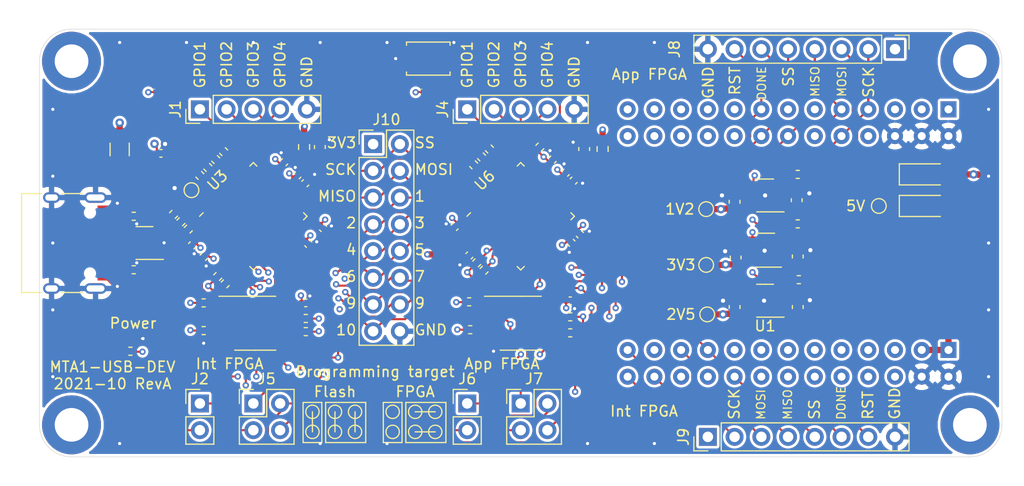
<source format=kicad_pcb>
(kicad_pcb (version 20211014) (generator pcbnew)
  (layers (0 "F.Cu" signal) (1 "In1.Cu" signal) (2 "In2.Cu" signal) (31 "B.Cu" signal) (34 "B.Paste" user) (35 "F.Paste" user) (36 "B.SilkS" user "B.Silkscreen") (37 "F.SilkS" user "F.Silkscreen") (38 "B.Mask" user) (39 "F.Mask" user) (44 "Edge.Cuts" user))
  (net 0 "")
  (net 1 "GND")
  (net 2 "+5V")
  (net 3 "+3V3")
  (net 4 "+2V5")
  (net 5 "+1V2")
  (net 6 "Net-(D1-Pad2)")
  (net 7 "Net-(D2-Pad2)")
  (net 8 "Net-(D2-Pad4)")
  (net 9 "Net-(D2-Pad3)")
  (net 10 "Net-(D3-Pad2)")
  (net 11 "Net-(D3-Pad4)")
  (net 12 "Net-(D3-Pad3)")
  (net 13 "INT_CDONE")
  (net 14 "INT_CRESET")
  (net 15 "INT_ICE_SCK")
  (net 16 "/Interface FPGA/INT_USB_IN_D-")
  (net 17 "APP_CDONE")
  (net 18 "APP_CRESET")
  (net 19 "APP_ICE_SCK")
  (net 20 "Net-(R1-Pad2)")
  (net 21 "VCC_OK")
  (net 22 "INT_LED_RED")
  (net 23 "INT_LED_GREEN")
  (net 24 "INT_LED_BLUE")
  (net 25 "INT_CLOCK")
  (net 26 "Net-(R10-Pad1)")
  (net 27 "Net-(R11-Pad1)")
  (net 28 "APP_LED_RED")
  (net 29 "APP_LED_GREEN")
  (net 30 "APP_LED_BLUE")
  (net 31 "APP_BUTTON")
  (net 32 "Net-(J2-Pad2)")
  (net 33 "Net-(J6-Pad2)")
  (net 34 "SPI_VCC_OK")
  (net 35 "/Application FPGA/APP_FLASH_HOLD")
  (net 36 "/Application FPGA/APP_FLASH_WP")
  (net 37 "+5V_FTDI")
  (net 38 "+5V_USB")
  (net 39 "/Interface FPGA/APP_FLASH_WP")
  (net 40 "/Interface FPGA/APP_FLASH_HOLD")
  (net 41 "+3V3_FTDI")
  (net 42 "Net-(D5-Pad2)")
  (net 43 "INT_GPIO4")
  (net 44 "INT_GPIO3")
  (net 45 "INT_GPIO2")
  (net 46 "INT_GPIO1")
  (net 47 "Net-(J3-PadA5)")
  (net 48 "/Interface FPGA/INT_USB_IN_D+")
  (net 49 "Net-(J3-PadB5)")
  (net 50 "APP_GPIO4")
  (net 51 "APP_GPIO3")
  (net 52 "APP_GPIO2")
  (net 53 "APP_GPIO1")
  (net 54 "EXTRA3")
  (net 55 "EXTRA10")
  (net 56 "EXTRA2")
  (net 57 "EXTRA9")
  (net 58 "EXTRA1")
  (net 59 "EXTRA8")
  (net 60 "SS")
  (net 61 "EXTRA7")
  (net 62 "EXTRA6")
  (net 63 "EXTRA5")
  (net 64 "SCK")
  (net 65 "EXTRA4")
  (net 66 "INT_USB_D+")
  (net 67 "INT_USB_D-")
  (net 68 "INT_USB_PU")
  (net 69 "/Interface FPGA/INT_+1.2_PLL")
  (net 70 "/Application FPGA/APP_+1.2_PLL")
  (net 71 "Net-(R7-Pad2)")
  (net 102 "INT_ICE_SS")
  (net 103 "INT_ICE_MOSI")
  (net 104 "INT_FLASH_MOSI")
  (net 105 "INT_FLASH_MISO")
  (net 106 "INT_ICE_MISO")
  (net 107 "APP_ICE_SS")
  (net 108 "APP_ICE_MOSI")
  (net 109 "APP_FLASH_MOSI")
  (net 110 "APP_FLASH_MISO")
  (net 111 "APP_ICE_MISO")
  (net 112 "MISO")
  (net 113 "MOSI")
  (footprint "mta1:CAPC1005X06L" (layer "F.Cu") (at 123.56 90.09 45)
    (fp_text reference "C7" hide)
    (fp_text value "0.10uF")
  )
  (footprint "mta1:CAPC1005X06L" (layer "F.Cu") (at 126 95.1 -45)
    (fp_text reference "C9" hide)
    (fp_text value "0.10uF")
  )
  (footprint "mta1:CAPC1005X06L" (layer "F.Cu") (at 113.56 96.74 -135)
    (fp_text reference "C10" hide)
    (fp_text value "0.10uF")
  )
  (footprint "mta1:CAPC1005X06L" (layer "F.Cu") (at 114.66 97.84 -135)
    (fp_text reference "C11" hide)
    (fp_text value "0.10uF")
  )
  (footprint "mta1:CAPC1005X06L" (layer "F.Cu") (at 110.6 88)
    (fp_text reference "C12" hide)
    (fp_text value "0.10uF")
  )
  (footprint "mta1:CAPC1005X06L" (layer "F.Cu") (at 122.31 88.84 45)
    (fp_text reference "C13" hide)
    (fp_text value "0.10uF")
  )
  (footprint "mta1:CAPC1005X06L" (layer "F.Cu") (at 124.6 96.6 -45)
    (fp_text reference "C14" hide)
    (fp_text value "0.10uF")
  )
  (footprint "mta1:CAPC1005X06L" (layer "F.Cu") (at 139.9 97.7 -135)
    (fp_text reference "C16" hide)
    (fp_text value "0.10uF")
  )
  (footprint "mta1:CAPC1005X06L" (layer "F.Cu") (at 149.81 90.59 45)
    (fp_text reference "C17" hide)
    (fp_text value "0.10uF")
  )
  (footprint "mta1:CAPC1005X06L" (layer "F.Cu") (at 150.4 95.7 -45)
    (fp_text reference "C18" hide)
    (fp_text value "0.10uF")
  )
  (footprint "mta1:CAPC1005X06L" (layer "F.Cu") (at 138.5 95 -135)
    (fp_text reference "C19" hide)
    (fp_text value "0.10uF")
  )
  (footprint "mta1:CAPC1005X06L" (layer "F.Cu") (at 149.06 89.84 45)
    (fp_text reference "C20" hide)
    (fp_text value "0.10uF")
  )
  (footprint "mta1:CAPC1005X06L" (layer "F.Cu") (at 147.81 88.59 45)
    (fp_text reference "C21" hide)
    (fp_text value "0.10uF")
  )
  (footprint "mta1:CAPC1005X06L" (layer "F.Cu") (at 149.484 102.008)
    (fp_text reference "C23" hide)
    (fp_text value "0.10uF")
  )
  (footprint "LED_SMD:LED_0402_1005Metric" (layer "F.Cu") (at 107.7 105.6 180)
    (fp_text reference "D1" hide)
    (fp_text value "Power LED")
  )
  (footprint "mta1:0402rgb-1010" (layer "F.Cu") (at 110.49 82.55 180)
    (fp_text reference "D2")
    (fp_text value "LED_ARGB")
  )
  (footprint "mta1:0402rgb-1010" (layer "F.Cu") (at 135.89 82.55 180)
    (fp_text reference "D3")
    (fp_text value "LED_ARGB")
  )
  (footprint "Connector_PinHeader_2.54mm:PinHeader_1x05_P2.54mm_Vertical" (layer "F.Cu") (at 114.3 83.82 90)
    (fp_text reference "J1")
    (fp_text value " ")
  )
  (footprint "Connector_PinHeader_2.54mm:PinHeader_1x05_P2.54mm_Vertical" (layer "F.Cu") (at 139.7 83.82 90)
    (fp_text reference "J4")
    (fp_text value " ")
  )
  (footprint "mta1:ERJ2G(0402)_L" (layer "F.Cu") (at 171.1 90 180)
    (fp_text reference "R1" hide)
    (fp_text value "10k")
  )
  (footprint "mta1:ERJ2G(0402)_L" (layer "F.Cu") (at 171.1 94.7 180)
    (fp_text reference "R2" hide)
    (fp_text value "10k")
  )
  (footprint "mta1:ERJ2G(0402)_L" (layer "F.Cu") (at 116.56 87.84 135)
    (fp_text reference "R4" hide)
    (fp_text value "1K")
  )
  (footprint "mta1:ERJ2G(0402)_L" (layer "F.Cu") (at 115.81 88.59 135)
    (fp_text reference "R5" hide)
    (fp_text value "1K")
  )
  (footprint "mta1:ERJ2G(0402)_L" (layer "F.Cu") (at 115.06 89.34 135)
    (fp_text reference "R6" hide)
    (fp_text value "1K")
  )
  (footprint "mta1:ERJ2G(0402)_L" (layer "F.Cu") (at 114.3 90.1 135)
    (fp_text reference "R7" hide)
    (fp_text value "100")
  )
  (footprint "mta1:ERJ2G(0402)_L" (layer "F.Cu") (at 112.5 94.5 45)
    (fp_text reference "R10" hide)
    (fp_text value "22")
  )
  (footprint "mta1:ERJ2G(0402)_L" (layer "F.Cu") (at 111.8 93.8 45)
    (fp_text reference "R11" hide)
    (fp_text value "22")
  )
  (footprint "mta1:ERJ2G(0402)_L" (layer "F.Cu") (at 141.81 87.59 135)
    (fp_text reference "R16" hide)
    (fp_text value "1K")
  )
  (footprint "mta1:ERJ2G(0402)_L" (layer "F.Cu") (at 141.06 88.34 135)
    (fp_text reference "R17" hide)
    (fp_text value "1K")
  )
  (footprint "mta1:ERJ2G(0402)_L" (layer "F.Cu") (at 140.31 89.09 135)
    (fp_text reference "R18" hide)
    (fp_text value "1K")
  )
  (footprint "mta1:ERJ2G(0402)_L" (layer "F.Cu") (at 140.6 98.4 45)
    (fp_text reference "R19" hide)
    (fp_text value "10k")
  )
  (footprint "mta1:ERJ2G(0402)_L" (layer "F.Cu") (at 149.484 103.532 180)
    (fp_text reference "R23" hide)
    (fp_text value "10k")
  )
  (footprint "Button_Switch_SMD:SW_Push_SPST_NO_Alps_SKRK" (layer "F.Cu") (at 136 79 180)
    (fp_text reference "SW1" hide)
    (fp_text value "SW_Push")
  )
  (footprint "TestPoint:TestPoint_Pad_D1.0mm" (layer "F.Cu") (at 113.5 91.5)
    (fp_text reference "TP5" hide)
    (fp_text value "INT_CLOCK")
  )
  (footprint "Package_DFN_QFN:QFN-48-1EP_7x7mm_P0.5mm_EP5.6x5.6mm" (layer "F.Cu") (at 119.38 93.98 45)
    (fp_text reference "U3")
    (fp_text value "ICE40UP5K-SG48ITR")
  )
  (footprint "Package_TO_SOT_SMD:SOT-23-6" (layer "F.Cu") (at 109.036 96.52 180)
    (fp_text reference "U5" hide)
    (fp_text value "USBLC6-2SC6")
  )
  (footprint "Package_DFN_QFN:QFN-48-1EP_7x7mm_P0.5mm_EP5.6x5.6mm" (layer "F.Cu") (at 144.78 93.98 45)
    (fp_text reference "U6")
    (fp_text value "ICE40UP5K-SG48ITR")
  )
  (footprint "mta1:CAPC1608X09L" (layer "F.Cu") (at 171.1 97.8 90)
    (fp_text reference "C6" hide)
    (fp_text value "10uF")
  )
  (footprint "mta1:CAPC1608X09L" (layer "F.Cu") (at 125.7 87.4 90)
    (fp_text reference "C8" hide)
    (fp_text value "10uF")
  )
  (footprint "mta1:CAPC1005X06L" (layer "F.Cu") (at 124.31 90.84 45)
    (fp_text reference "C24" hide)
    (fp_text value "0.10uF")
  )
  (footprint "mta1:CAPC1608X09L" (layer "F.Cu") (at 150.81 87.59 90)
    (fp_text reference "C25" hide)
    (fp_text value "10uF")
  )
  (footprint "mta1:Ferritbead_0603_1608Metric" (layer "F.Cu") (at 152.56 87.59 90)
    (fp_text reference "FB3" hide)
    (fp_text value "BLM18KG300TN1D")
  )
  (footprint "Connector_PinHeader_2.54mm:PinHeader_1x02_P2.54mm_Vertical" (layer "F.Cu") (at 139.7 111.76)
    (fp_text reference "J6")
    (fp_text value "Conn_02x01")
  )
  (footprint "Connector_PinHeader_2.54mm:PinHeader_2x02_P2.54mm_Vertical" (layer "F.Cu") (at 144.78 111.76)
    (fp_text reference "J7")
    (fp_text value "Conn_02x02_Top_Bottom")
  )
  (footprint "Connector_PinHeader_2.54mm:PinHeader_1x08_P2.54mm_Vertical" (layer "F.Cu") (at 180.34 78.105 -90)
    (fp_text reference "J8")
    (fp_text value "Conn_01x08")
  )
  (footprint "Connector_PinHeader_2.54mm:PinHeader_1x08_P2.54mm_Vertical" (layer "F.Cu") (at 162.56 114.935 90)
    (fp_text reference "J9")
    (fp_text value "Conn_01x08")
  )
  (footprint "mta1:ERJ2G(0402)_L" (layer "F.Cu") (at 171.2 100 180)
    (fp_text reference "R22" hide)
    (fp_text value "10k")
  )
  (footprint "mta1:ERJ2G(0402)_L" (layer "F.Cu") (at 139.984 104.756)
    (fp_text reference "R26" hide)
    (fp_text value "10k")
  )
  (footprint "mta1:CAPC1005X06L" (layer "F.Cu") (at 124.36 102.208)
    (fp_text reference "C15" hide)
    (fp_text value "0.10uF")
  )
  (footprint "Diode_SMD:D_SOD-123" (layer "F.Cu") (at 183 93)
    (fp_text reference "D4" hide)
    (fp_text value "MBR0520")
  )
  (footprint "Diode_SMD:D_SOD-123" (layer "F.Cu") (at 183 90)
    (fp_text reference "D5" hide)
    (fp_text value "MBR0520")
  )
  (footprint "Connector_PinHeader_2.54mm:PinHeader_1x02_P2.54mm_Vertical" (layer "F.Cu") (at 114.3 111.76)
    (fp_text reference "J2")
    (fp_text value "Conn_02x01")
  )
  (footprint "Connector_PinHeader_2.54mm:PinHeader_2x02_P2.54mm_Vertical" (layer "F.Cu") (at 119.38 111.76)
    (fp_text reference "J5")
    (fp_text value "Conn_02x02_Top_Bottom")
  )
  (footprint "mta1:ERJ2G(0402)_L" (layer "F.Cu") (at 114.66 102.208)
    (fp_text reference "R8" hide)
    (fp_text value "10k")
  )
  (footprint "mta1:ERJ2G(0402)_L" (layer "F.Cu") (at 124.36 104.94 180)
    (fp_text reference "R9" hide)
    (fp_text value "10k")
  )
  (footprint "mta1:ERJ2G(0402)_L" (layer "F.Cu") (at 116.7 100.4 45)
    (fp_text reference "R13" hide)
    (fp_text value "10k")
  )
  (footprint "mta1:ERJ2G(0402)_L" (layer "F.Cu") (at 114.66 104.84)
    (fp_text reference "R15" hide)
    (fp_text value "10k")
  )
  (footprint "mta1:ERJ2G(0402)_L" (layer "F.Cu") (at 124.36 103.69 180)
    (fp_text reference "R21" hide)
    (fp_text value "10k")
  )
  (footprint "mta1:ERJ2G(0402)_L" (layer "F.Cu") (at 146.6 87.4 45)
    (fp_text reference "R27" hide)
    (fp_text value "10k")
  )
  (footprint "Package_SO:SOIC-8_3.9x4.9mm_P1.27mm" (layer "F.Cu") (at 119.56 104.14)
    (fp_text reference "U7" hide)
    (fp_text value "W25Q80DVSNIG")
  )
  (footprint "mta1:FT2232H_MINI_MODULE" (layer "F.Cu") (at 187.96 96.52 -90)
    (fp_text reference "U8" hide)
    (fp_text value "FT2232H_MINI_MODULE")
  )
  (footprint "Package_SO:SOIC-8_3.9x4.9mm_P1.27mm" (layer "F.Cu") (at 144.78 104.14)
    (fp_text reference "U10" hide)
    (fp_text value "W25Q80DVSNIG")
  )
  (footprint "Fuse:Fuse_1206_3216Metric" (layer "F.Cu") (at 106.68 87.63 -90)
    (fp_text reference "F1" hide)
    (fp_text value "100mA (TBD)")
  )
  (footprint "Connector_USB:USB_C_Receptacle_HRO_TYPE-C-31-M-12" (layer "F.Cu") (at 101.26 96.52 -90)
    (fp_text reference "J3" hide)
    (fp_text value "USB_C_Receptacle_USB2.0")
  )
  (footprint "mta1:ERJ2G(0402)_L" (layer "F.Cu") (at 108.02 93.98)
    (fp_text reference "R28" hide)
    (fp_text value "5.1K")
  )
  (footprint "mta1:ERJ2G(0402)_L" (layer "F.Cu") (at 108.02 99.06)
    (fp_text reference "R29" hide)
    (fp_text value "5.1K")
  )
  (footprint "mta1:ERJ2G(0402)_L" (layer "F.Cu") (at 149.484 105.056 180)
    (fp_text reference "R25" hide)
    (fp_text value "10k")
  )
  (footprint "mta1:MC2016Z" (layer "F.Cu") (at 111 89.8)
    (fp_text reference "U4" hide)
    (fp_text value "MC2016Z48.0000C19XSH")
  )
  (footprint "mta1:ERJ2G(0402)_L" (layer "F.Cu") (at 113.2 95.2 -135)
    (fp_text reference "R12" hide)
    (fp_text value "1K5")
  )
  (footprint "mta1:ERJ2G(0402)_L" (layer "F.Cu") (at 141.3 99.1 45)
    (fp_text reference "R20" hide)
    (fp_text value "10k")
  )
  (footprint "Connector_PinHeader_2.54mm:PinHeader_2x08_P2.54mm_Vertical" (layer "F.Cu") (at 130.7592 87.122)
    (fp_text reference "J10")
    (fp_text value "Conn_02x08_Odd_Even")
  )
  (footprint "mta1:CAPC1608X09L" (layer "F.Cu") (at 171 92.45 90)
    (fp_text reference "C1" hide)
    (fp_text value "10uF")
  )
  (footprint "mta1:CAPC1608X09L" (layer "F.Cu") (at 165.1 92.6 90)
    (fp_text reference "C5" hide)
    (fp_text value "10uF")
  )
  (footprint "Package_TO_SOT_SMD:SOT-23-5" (layer "F.Cu") (at 168 92 180)
    (fp_text reference "U2" hide)
    (fp_text value "MIC5258-1.2YM5")
  )
  (footprint "mta1:CAPC1608X09L" (layer "F.Cu") (at 165.1 102.6 90)
    (fp_text reference "C4" hide)
    (fp_text value "10uF")
  )
  (footprint "mta1:CAPC1608X09L" (layer "F.Cu") (at 171.1 102.6 90)
    (fp_text reference "C2" hide)
    (fp_text value "10uF")
  )
  (footprint "Package_TO_SOT_SMD:SOT-23-5" (layer "F.Cu") (at 168 102 180)
    (fp_text reference "U1")
    (fp_text value "MCP1824T-2502EOT")
  )
  (footprint "TestPoint:TestPoint_Pad_D1.0mm" (layer "F.Cu") (at 178.8 93)
    (fp_text reference "TP1" hide)
    (fp_text value "5V")
  )
  (footprint "TestPoint:TestPoint_Pad_D1.0mm" (layer "F.Cu") (at 162.5 103.3)
    (fp_text reference "TP3" hide)
    (fp_text value "2V5")
  )
  (footprint "mta1:CAPC1608X09L" (layer "F.Cu") (at 165.2 97.9 90)
    (fp_text reference "C3" hide)
    (fp_text value "10uF")
  )
  (footprint "MountingHole:MountingHole_3.2mm_M3_DIN965_Pad_TopBottom" (layer "F.Cu") (at 187.452 79.248)
    (fp_text reference "H1" hide)
    (fp_text value "MountingHole")
  )
  (footprint "MountingHole:MountingHole_3.2mm_M3_DIN965_Pad_TopBottom" (layer "F.Cu") (at 102.108 79.248)
    (fp_text reference "H2" hide)
    (fp_text value "MountingHole")
  )
  (footprint "MountingHole:MountingHole_3.2mm_M3_DIN965_Pad_TopBottom" (layer "F.Cu") (at 102.108 113.792)
    (fp_text reference "H3" hide)
    (fp_text value "MountingHole")
  )
  (footprint "MountingHole:MountingHole_3.2mm_M3_DIN965_Pad_TopBottom" (layer "F.Cu") (at 187.452 113.792)
    (fp_text reference "H4" hide)
    (fp_text value "MountingHole")
  )
  (footprint "mta1:ERJ2G(0402)_L" (layer "F.Cu") (at 107.7 106.8 180)
    (fp_text reference "R3" hide)
    (fp_text value "1k")
  )
  (footprint "mta1:CAPC1005X06L" (layer "F.Cu") (at 149.6 96.5 -45)
    (fp_text reference "C22" hide)
    (fp_text value "0.10uF")
  )
  (footprint "mta1:ERJ2G(0402)_L" (layer "F.Cu") (at 139.884 102.108)
    (fp_text reference "R24" hide)
    (fp_text value "10k")
  )
  (footprint "mta1:NCP752BSN33T1G" (layer "F.Cu") (at 168 97.2 180)
    (fp_text reference "U9" hide)
    (fp_text value "NCP752BSN33T1G")
  )
  (footprint "TestPoint:TestPoint_Pad_D1.0mm" (layer "F.Cu") (at 162.4 93.3)
    (fp_text reference "TP4" hide)
    (fp_text value "1V2")
  )
  (footprint "TestPoint:TestPoint_Pad_D1.0mm" (layer "F.Cu") (at 162.4 98.6 180)
    (fp_text reference "TP2" hide)
    (fp_text value "3V3")
  )
  (footprint "mta1:ERJ2G(0402)_L" (layer "F.Cu") (at 116 99.7 45)
    (fp_text reference "R14" hide)
    (fp_text value "10k")
  )
  (footprint "mta1:Ferritbead_0603_1608Metric" (layer "F.Cu") (at 124.2 87.4 90)
    (fp_text reference "FB2" hide)
    (fp_text value "BLM18KG300TN1D")
  )
  (gr_circle (center 136.66 112.555) (end 136.66 113.19) (layer "F.SilkS") (width 0.12) (fill none))
  (gr_line (start 136.66 112.555) (end 134.755 112.555) (layer "F.SilkS") (width 0.12))
  (gr_circle (center 134.755 112.555) (end 134.755 113.19) (layer "F.SilkS") (width 0.12) (fill none))
  (gr_line (start 127.135 112.555) (end 127.135 114.46) (layer "F.SilkS") (width 0.12))
  (gr_circle (center 134.755 114.46) (end 134.755 115.095) (layer "F.SilkS") (width 0.12) (fill none))
  (gr_circle (center 136.66 114.46) (end 136.66 115.095) (layer "F.SilkS") (width 0.12) (fill none))
  (gr_circle (center 132.615 112.555) (end 132.615 113.19) (layer "F.SilkS") (width 0.12) (fill none))
  (gr_line (start 124.995 112.555) (end 124.995 114.46) (layer "F.SilkS") (width 0.12))
  (gr_circle (center 132.615 114.46) (end 132.615 115.095) (layer "F.SilkS") (width 0.12) (fill none))
  (gr_line (start 136.66 114.46) (end 134.755 114.46) (layer "F.SilkS") (width 0.12))
  (gr_line (start 133.866 115.476) (end 133.866 111.666) (layer "F.SilkS") (width 0.12))
  (gr_line (start 133.504 115.476) (end 133.504 111.666) (layer "F.SilkS") (width 0.12))
  (gr_line (start 125.884 111.666) (end 124.106 111.666) (layer "F.SilkS") (width 0.12))
  (gr_line (start 125.884 115.476) (end 125.884 111.666) (layer "F.SilkS") (width 0.12))
  (gr_line (start 124.106 111.666) (end 124.106 115.476) (layer "F.SilkS") (width 0.12))
  (gr_line (start 124.106 115.476) (end 125.884 115.476) (layer "F.SilkS") (width 0.12))
  (gr_line (start 126.246 111.666) (end 126.246 115.476) (layer "F.SilkS") (width 0.12))
  (gr_circle (center 127.135 114.46) (end 127.135 115.095) (layer "F.SilkS") (width 0.12) (fill none))
  (gr_circle (center 129.04 112.555) (end 129.04 113.19) (layer "F.SilkS") (width 0.12) (fill none))
  (gr_line (start 131.726 111.666) (end 131.726 115.476) (layer "F.SilkS") (width 0.12))
  (gr_line (start 126.246 115.476) (end 130.056 115.476) (layer "F.SilkS") (width 0.12))
  (gr_line (start 129.04 112.555) (end 129.04 114.46) (layer "F.SilkS") (width 0.12))
  (gr_line (start 137.676 115.476) (end 133.866 115.476) (layer "F.SilkS") (width 0.12))
  (gr_circle (center 124.995 114.46) (end 124.995 115.095) (layer "F.SilkS") (width 0.12) (fill none))
  (gr_line (start 133.504 111.666) (end 131.726 111.666) (layer "F.SilkS") (width 0.12))
  (gr_line (start 133.866 111.666) (end 137.676 111.666) (layer "F.SilkS") (width 0.12))
  (gr_line (start 130.056 115.476) (end 130.056 111.666) (layer "F.SilkS") (width 0.12))
  (gr_circle (center 124.995 112.555) (end 124.995 113.19) (layer "F.SilkS") (width 0.12) (fill none))
  (gr_line (start 137.676 111.666) (end 137.676 115.476) (layer "F.SilkS") (width 0.12))
  (gr_line (start 130.056 111.666) (end 126.246 111.666) (layer "F.SilkS") (width 0.12))
  (gr_line (start 131.726 115.476) (end 133.504 115.476) (layer "F.SilkS") (width 0.12))
  (gr_circle (center 129.04 114.46) (end 129.04 115.095) (layer "F.SilkS") (width 0.12) (fill none))
  (gr_circle (center 127.135 112.555) (end 127.135 113.19) (layer "F.SilkS") (width 0.12) (fill none))
  (gr_line (start 99.06 79.248) (end 99.06 113.792) (layer "Edge.Cuts") (width 0.05))
  (gr_arc (start 99.06 79.248) (mid 99.952739 77.092739) (end 102.108 76.2) (layer "Edge.Cuts") (width 0.05))
  (gr_line (start 102.108 76.2) (end 187.452 76.2) (layer "Edge.Cuts") (width 0.05))
  (gr_line (start 187.452 116.84) (end 102.108 116.84) (layer "Edge.Cuts") (width 0.05))
  (gr_arc (start 102.108 116.84) (mid 99.952739 115.947261) (end 99.06 113.792) (layer "Edge.Cuts") (width 0.05))
  (gr_arc (start 190.5 113.792) (mid 189.607261 115.947261) (end 187.452 116.84) (layer "Edge.Cuts") (width 0.05))
  (gr_line (start 190.5 79.248) (end 190.5 113.792) (layer "Edge.Cuts") (width 0.05))
  (gr_arc (start 187.452 76.2) (mid 189.607261 77.092739) (end 190.5 79.248) (layer "Edge.Cuts") (width 0.05))
  (gr_text "Programming target" (at 130.945 108.745) (layer "F.SilkS") (effects (font (size 1 1))))
  (gr_text "MTA1-USB-DEV\n2021-10 RevA" (at 106 109.093) (layer "F.SilkS") (effects (font (size 1 1))))
  (gr_text "App FPGA" (at 157 80.5) (layer "F.SilkS") (effects (font (size 1 1))))
  (gr_text "GND" (at 124.46 81.915 90) (layer "F.SilkS") (effects (font (size 1 1)) (justify left)))
  (gr_text "Power" (at 107.95 104.14) (layer "F.SilkS") (effects (font (size 1 1))))
  (gr_text "App FPGA" (at 143 108) (layer "F.SilkS") (effects (font (size 1 1))))
  (gr_text "Int FPGA" (at 117.13 108) (layer "F.SilkS") (effects (font (size 1 1))))
  (gr_text "GPIO4" (at 147.32 81.915 90) (layer "F.SilkS") (effects (font (size 1 1)) (justify left)))
  (gr_text "GND" (at 149.86 81.915 90) (layer "F.SilkS") (effects (font (size 1 1)) (justify left)))
  (gr_text "GPIO3" (at 144.78 81.915 90) (layer "F.SilkS") (effects (font (size 1 1)) (justify left)))
  (gr_text "GPIO2" (at 142.24 81.915 90) (layer "F.SilkS") (effects (font (size 1 1)) (justify left)))
  (gr_text "GPIO1" (at 139.7 81.915 90) (layer "F.SilkS") (effects (font (size 1 1)) (justify left)))
  (gr_text "MOSI" (at 134.62 89.535) (layer "F.SilkS") (effects (font (size 1 1)) (justify left)))
  (gr_text "10" (at 129.25 104.775) (layer "F.SilkS") (effects (font (size 1 1)) (justify right)))
  (gr_text "3V3" (at 129.25 86.995) (layer "F.SilkS") (effects (font (size 1 1)) (justify right)))
  (gr_text "GND" (at 162.593 79.6552 90) (layer "F.SilkS") (effects (font (size 1 1)) (justify right)))
  (gr_text "Int FPGA" (at 156.5 112.5) (layer "F.SilkS") (effects (font (size 1 1))))
  (gr_text "GND" (at 180.307 113.3848 90) (layer "F.SilkS") (effects (font (size 1 1)) (justify left)))
  (gr_text "SCK" (at 165.067 113.3848 90) (layer "F.SilkS") (effects (font (size 1 1)) (justify left)))
  (gr_text "MISO" (at 170.147 113.3848 90) (layer "F.SilkS") (effects (font (size 0.8 0.8) (thickness 0.12)) (justify left)))
  (gr_text "SS" (at 172.687 113.3848 90) (layer "F.SilkS") (effects (font (size 1 1)) (justify left)))
  (gr_text "DONE" (at 175.227 113.3848 90) (layer "F.SilkS") (effects (font (size 0.8 0.8) (thickness 0.12)) (justify left)))
  (gr_text "MOSI" (at 167.607 113.3848 90) (layer "F.SilkS") (effects (font (size 0.8 0.8) (thickness 0.12)) (justify left)))
  (gr_text "RST" (at 177.767 113.3848 90) (layer "F.SilkS") (effects (font (size 1 1)) (justify left)))
  (gr_text "Flash" (at 127.135 110.65) (layer "F.SilkS") (effects (font (size 1 1))))
  (gr_text "6" (at 129.25 99.695) (layer "F.SilkS") (effects (font (size 1 1)) (justify right)))
  (gr_text "DONE" (at 167.673 79.6552 90) (layer "F.SilkS") (effects (font (size 0.8 0.8) (thickness 0.12)) (justify right)))
  (gr_text "GPIO2" (at 116.84 81.915 90) (layer "F.SilkS") (effects (font (size 1 1)) (justify left)))
  (gr_text "GPIO1" (at 114.3 81.915 90) (layer "F.SilkS") (effects (font (size 1 1)) (justify left)))
  (gr_text "SCK" (at 129.25 89.535) (layer "F.SilkS") (effects (font (size 1 1)) (justify right)))
  (gr_text "2" (at 129.25 94.615) (layer "F.SilkS") (effects (font (size 1 1)) (justify right)))
  (gr_text "FPGA" (at 134.755 110.65) (layer "F.SilkS") (effects (font (size 1 1))))
  (gr_text "9" (at 129.25 102.235) (layer "F.SilkS") (effects (font (size 1 1)) (justify right)))
  (gr_text "GND" (at 134.62 104.775) (layer "F.SilkS") (effects (font (size 1 1)) (justify left)))
  (gr_text "4" (at 129.25 97.155) (layer "F.SilkS") (effects (font (size 1 1)) (justify right)))
  (gr_text "MISO" (at 129.25 92.075) (layer "F.SilkS") (effects (font (size 1 1)) (justify right)))
  (gr_text "9" (at 134.62 102.235) (layer "F.SilkS") (effects (font (size 1 1)) (justify left)))
  (gr_text "MOSI" (at 175.293 79.6552 90) (layer "F.SilkS") (effects (font (size 0.8 0.8) (thickness 0.12)) (justify right)))
  (gr_text "7" (at 134.62 99.695) (layer "F.SilkS") (effects (font (size 1 1)) (justify left)))
  (gr_text "SCK" (at 177.833 79.6552 90) (layer "F.SilkS") (effects (font (size 1 1)) (justify right)))
  (gr_text "RST" (at 165.133 79.6552 90) (layer "F.SilkS") (effects (font (size 1 1)) (justify right)))
  (gr_text "1" (at 134.62 92.075) (layer "F.SilkS") (effects (font (size 1 1)) (justify left)))
  (gr_text "5" (at 134.62 97.155) (layer "F.SilkS") (effects (font (size 1 1)) (justify left)))
  (gr_text "SS" (at 170.213 79.6552 90) (layer "F.SilkS") (effects (font (size 1 1)) (justify right)))
  (gr_text "3" (at 134.62 94.615) (layer "F.SilkS") (effects (font (size 1 1)) (justify left)))
  (gr_text "GPIO3" (at 119.38 81.915 90) (layer "F.SilkS") (effects (font (size 1 1)) (justify left)))
  (gr_text "MISO" (at 172.753 79.6552 90) (layer "F.SilkS") (effects (font (size 0.8 0.8) (thickness 0.12)) (justify right)))
  (gr_text "GPIO4" (at 121.92 81.915 90) (layer "F.SilkS") (effects (font (size 1 1)) (justify left)))
  (gr_text "SS" (at 134.62 86.995) (layer "F.SilkS") (effects (font (size 1 1)) (justify left)))
  (via (at 127.58 102.81) (size 0.6) (drill 0.3) (layers "F.Cu" "B.Cu") (net 0))
  (segment (start 114.665 106.045) (end 114.66 106.04) (width 0.2) (layer "F.Cu") (net 1))
  (segment (start 169.1 102) (end 167.9 102) (width 0.6) (layer "F.Cu") (net 1))
  (segment (start 105.305 93.27) (end 105.93 93.27) (width 0.6) (layer "F.Cu") (net 1))
  (segment (start 167.95 91.95) (end 168 92) (width 0.6) (layer "F.Cu") (net 1))
  (segment (start 148.811544 89.04) (end 149.335772 89.564228) (width 0.2) (layer "F.Cu") (net 1))
  (segment (start 114.9 98.631544) (end 114.384228 98.115772) (width 0.2) (layer "F.Cu") (net 1))
  (segment (start 114.9 98.7) (end 114.9 98.631544) (width 0.2) (layer "F.Cu") (net 1))
  (segment (start 169.1 92) (end 170 92) (width 0.6) (layer "F.Cu") (net 1))
  (segment (start 170.2 91.8) (end 171 91.8) (width 0.6) (layer "F.Cu") (net 1))
  (segment (start 122.585772 88.500086) (end 122.025686 87.94) (width 0.2) (layer "F.Cu") (net 1))
  (segment (start 124.875772 96.875772) (end 124.924228 96.875772) (width 0.2) (layer "F.Cu") (net 1))
  (segment (start 169.2 97.2) (end 171.05 97.2) (width 0.6) (layer "F.Cu") (net 1))
  (segment (start 113.284228 97.015772) (end 113.284228 97.064228) (width 0.2) (layer "F.Cu") (net 1))
  (segment (start 167.85 101.95) (end 167.9 102) (width 0.6) (layer "F.Cu") (net 1))
  (segment (start 165.2 97.25) (end 164.25 97.25) (width 0.6) (layer "F.Cu") (net 1))
  (segment (start 108.42 94.58) (end 108.3 94.7) (width 0.2) (layer "F.Cu") (net 1))
  (segment (start 169.1 102) (end 171.05 102) (width 0.6) (layer "F.Cu") (net 1))
  (segment (start 138.224228 95.275772) (end 138.224228 95.224228) (width 0.2) (layer "F.Cu") (net 1))
  (segment (start 172.25 97.15) (end 172.3 97.2) (width 0.6) (layer "F.Cu") (net 1))
  (segment (start 138.224228 95.224228) (end 137.7 94.7) (width 0.2) (layer "F.Cu") (net 1))
  (segment (start 165.1 101.95) (end 167.85 101.95) (width 0.6) (layer "F.Cu") (net 1))
  (segment (start 165.2 97.25) (end 167.95 97.25) (width 0.6) (layer "F.Cu") (net 1))
  (segment (start 139 98.6) (end 139.624228 97.975772) (width 0.2) (layer "F.Cu") (net 1))
  (segment (start 123.834228 89.814228) (end 123.36 89.34) (width 0.2) (layer "F.Cu") (net 1))
  (segment (start 117.08 106.04) (end 117.085 106.045) (width 0.2) (layer "F.Cu") (net 1))
  (segment (start 110.136 96.52) (end 110.88 96.52) (width 0.2) (layer "F.Cu") (net 1))
  (segment (start 108.42 99.06) (end 108.42 98.62) (width 0.2) (layer "F.Cu") (net 1))
  (segment (start 124.75 102.208) (end 124.75 101.55) (width 0.2) (layer "F.Cu") (net 1))
  (segment (start 105.93 93.27) (end 106.46 92.74) (width 0.6) (layer "F.Cu") (net 1))
  (segment (start 171.1 101.95) (end 172.25 101.95) (width 0.6) (layer "F.Cu") (net 1))
  (segment (start 122.585772 88.564228) (end 122.585772 88.500086) (width 0.2) (layer "F.Cu") (net 1))
  (segment (start 171.05 97.2) (end 171.1 97.15) (width 0.6) (layer "F.Cu") (net 1))
  (segment (start 124.698807 90.564228) (end 124.585772 90.564228) (width 0.2) (layer "F.Cu") (net 1))
  (segment (start 168 92) (end 169.1 92) (width 0.6) (layer "F.Cu") (net 1))
  (segment (start 133.9 79) (end 132.9 79) (width 0.2) (layer "F.Cu") (net 1))
  (segment (start 149.875772 96.924228) (end 149.4 97.4) (width 0.2) (layer "F.Cu") (net 1))
  (segment (start 165.1 101.95) (end 164.05 101.95) (width 0.6) (layer "F.Cu") (net 1))
  (segment (start 149.874 102.728985) (end 149.89823 102.753215) (width 0.2) (layer "F.Cu") (net 1))
  (segment (start 165.1 91.95) (end 167.95 91.95) (width 0.6) (layer "F.Cu") (net 1))
  (segment (start 171 91.8) (end 172.2 91.8) (width 0.6) (layer "F.Cu") (net 1))
  (segment (start 125.7 86.75) (end 126.55 86.75) (width 0.6) (layer "F.Cu") (net 1))
  (segment (start 150.085772 90.314228) (end 150.134228 90.314228) (width 0.2) (layer "F.Cu") (net 1))
  (segment (start 111.9 90.4) (end 111.5 90.4) (width 0.2) (layer "F.Cu") (net 1))
  (segment (start 148.76 89.04) (end 148.811544 89.04) (width 0.2) (layer "F.Cu") (net 1))
  (segment (start 142.305 106.045) (end 142.305 106.695) (width 0.2) (layer "F.Cu") (net 1))
  (segment (start 125.2 90) (end 124.698807 90.564228) (width 0.2) (layer "F.Cu") (net 1))
  (segment (start 164.25 97.25) (end 164.2 97.3) (width 0.6) (layer "F.Cu") (net 1))
  (segment (start 108.185 105.6) (end 108.9 105.6) (width 0.2) (layer "F.Cu") (net 1))
  (segment (start 114.66 106.04) (end 117.08 106.04) (width 0.2) (layer "F.Cu") (net 1))
  (segment (start 110.99 88) (end 110.99 87.11) (width 0.2) (layer "F.Cu") (net 1))
  (segment (start 126.324228 95.375772) (end 126.8 94.9) (width 0.2) (layer "F.Cu") (net 1))
  (segment (start 113.284228 97.064228) (end 113.76 97.54) (width 0.2) (layer "F.Cu") (net 1))
  (segment (start 126.275772 95.375772) (end 126.324228 95.375772) (width 0.2) (layer "F.Cu") (net 1))
  (segment (start 149.76 86.94) (end 150.81 86.94) (width 0.6) (layer "F.Cu") (net 1))
  (segment (start 105.59 99.77) (end 106.46 100.64) (width 0.6) (layer "F.Cu") (net 1))
  (segment (start 170 92) (end 170.2 91.8) (width 0.6) (layer "F.Cu") (net 1))
  (segment (start 171.05 102) (end 171.1 101.95) (width 0.6) (layer "F.Cu") (net 1))
  (segment (start 150.675772 95.975772) (end 150.724228 95.975772) (width 0.2) (layer "F.Cu") (net 1))
  (segment (start 171.1 97.15) (end 172.25 97.15) (width 0.6) (layer "F.Cu") (net 1))
  (segment (start 123.835772 89.814228) (end 123.834228 89.814228) (width 0.2) (layer "F.Cu") (net 1))
  (segment (start 108.42 98.62) (end 108.3 98.5) (width 0.2) (layer "F.Cu") (net 1))
  (segment (start 147.56 87.788456) (end 148.085772 88.314228) (width 0.2) (layer "F.Cu") (net 1))
  (segment (start 108.3 98.5) (end 108.3 98.4) (width 0.2) (layer "F.Cu") (net 1))
  (segment (start 150.134228 90.314228) (end 150.66 90.84) (width 0.2) (layer "F.Cu") (net 1))
  (segment (start 142.305 106.695) (end 142.2 106.8) (width 0.2) (layer "F.Cu") (net 1))
  (segment (start 126.55 86.75) (end 126.6 86.7) (width 0.2) (layer "F.Cu") (net 1))
  (segment (start 164.05 101.95) (end 164 102) (width 0.6) (layer "F.Cu") (net 1))
  (segment (start 111.5 90.4) (end 110.99 89.89) (width 0.2) (layer "F.Cu") (net 1))
  (segment (start 150.724228 95.975772) (end 151.3 95.4) (width 0.2) (layer "F.Cu") (net 1))
  (segment (start 147.56 87.74) (end 147.56 87.788456) (width 0.2) (layer "F.Cu") (net 1))
  (segment (start 169.2 97.2) (end 168 97.2) (width 0.6) (layer "F.Cu") (net 1))
  (segment (start 165.1 91.95) (end 163.9 92) (width 0.6) (layer "F.Cu") (net 1))
  (segment (start 149.875772 96.775772) (end 149.875772 96.924228) (width 0.2) (layer "F.Cu") (net 1))
  (segment (start 149.874 102.008) (end 149.874 102.728985) (width 0.2) (layer "F.Cu") (net 1))
  (segment (start 105.305 99.77) (end 105.59 99.77) (width 0.6) (layer "F.Cu") (net 1))
  (segment (start 168 97.2) (end 167.95 97.25) (width 0.6) (layer "F.Cu") (net 1))
  (segment (start 108.42 93.98) (end 108.42 94.58) (width 0.2) (layer "F.Cu") (net 1))
  (segment (start 115.96 106.045) (end 114.665 106.045) (width 0.2) (layer "F.Cu") (net 1))
  (segment (start 124.924228 96.875772) (end 125.4 96.4) (width 0.2) (layer "F.Cu") (net 1))
  (segment (start 110.99 88) (end 110.99 89.89) (width 0.2) (layer "F.Cu") (net 1))
  (segment (start 110.88 96.52) (end 110.9 96.5) (width 0.2) (layer "F.Cu") (net 1))
  (segment (start 111.9 90.4) (end 111.9 91.3) (width 0.2) (layer "F.Cu") (net 1))
  (via (at 106.68 77.47) (size 0.6) (drill 0.3) (layers "F.Cu" "B.Cu") (net 1))
  (via (at 113.03 77.47) (size 0.6) (drill 0.3) (layers "F.Cu" "B.Cu") (net 1))
  (via (at 125.73 77.47) (size 0.6) (drill 0.3) (layers "F.Cu" "B.Cu") (net 1))
  (via (at 119.38 77.47) (size 0.6) (drill 0.3) (layers "F.Cu" "B.Cu") (net 1))
  (via (at 144.78 77.47) (size 0.6) (drill 0.3) (layers "F.Cu" "B.Cu") (net 1))
  (via (at 151.13 77.47) (size 0.6) (drill 0.3) (layers "F.Cu" "B.Cu") (net 1))
  (via (at 138.43 77.47) (size 0.6) (drill 0.3) (layers "F.Cu" "B.Cu") (net 1))
  (via (at 132.08 77.47) (size 0.6) (drill 0.3) (layers "F.Cu" "B.Cu") (net 1))
  (via (at 100.33 96.52) (size 0.6) (drill 0.3) (layers "F.Cu" "B.Cu") (net 1))
  (via (at 151.13 115.57) (size 0.6) (drill 0.3) (layers "F.Cu" "B.Cu") (net 1))
  (via (at 157.48 115.57) (size 0.6) (drill 0.3) (layers "F.Cu" "B.Cu") (net 1))
  (via (at 100.33 83.82) (size 0.6) (drill 0.3) (layers "F.Cu" "B.Cu") (net 1))
  (via (at 100.33 90.17) (size 0.6) (drill 0.3) (layers "F.Cu" "B.Cu") (net 1))
  (via (at 100.33 102.87) (size 0.6) (drill 0.3) (layers "F.Cu" "B.Cu") (net 1))
  (via (at 100.33 109.22) (size 0.6) (drill 0.3) (layers "F.Cu" "B.Cu") (net 1))
  (via (at 189.23 96.52) (size 0.6) (drill 0.3) (layers "F.Cu" "B.Cu") (net 1))
  (via (at 189.23 109.22) (size 0.6) (drill 0.3) (layers "F.Cu" "B.Cu") (net 1))
  (via (at 189.23 102.87) (size 0.6) (drill 0.3) (layers "F.Cu" "B.Cu") (net 1))
  (via (at 148.9 89) (size 0.6) (drill 0.3) (layers "F.Cu" "B.Cu") (net 1))
  (via (at 139 98.6) (size 0.6) (drill 0.3) (layers "F.Cu" "B.Cu") (net 1))
  (via (at 106.46 92.74) (size 0.6) (drill 0.3) (layers "F.Cu" "B.Cu") (net 1))
  (via (at 163.9 92) (size 0.8) (drill 0.4) (layers "F.Cu" "B.Cu") (net 1))
  (via (at 122.025686 87.94) (size 0.6) (drill 0.3) (layers "F.Cu" "B.Cu") (net 1))
  (via (at 126.6 86.7) (size 0.6) (drill 0.3) (layers "F.Cu" "B.Cu") (net 1))
  (via (at 132.08 115.57) (size 0.6) (drill 0.3) (layers "F.Cu" "B.Cu") (net 1))
  (via (at 147.56 87.74) (size 0.6) (drill 0.3) (layers "F.Cu" "B.Cu") (net 1))
  (via (at 167.9 102) (size 0.8) (drill 0.4) (layers "F.Cu" "B.Cu") (net 1))
  (via (at 106.46 100.64) (size 0.6) (drill 0.3) (layers "F.Cu" "B.Cu") (net 1))
  (via (at 126.8 94.9) (size 0.6) (drill 0.3) (layers "F.Cu" "B.Cu") (net 1))
  (via (at 164 102) (size 0.8) (drill 0.4) (layers "F.Cu" "B.Cu") (net 1))
  (via (at 106.68 115.57) (size 0.6) (drill 0.3) (layers "F.Cu" "B.Cu") (net 1))
  (via (at 151.3 95.4) (size 0.6) (drill 0.3) (layers "F.Cu" "B.Cu") (net 1))
  (via (at 111.9 91.3) (size 0.8) (drill 0.4) (layers "F.Cu" "B.Cu") (net 1))
  (via (at 125.73 115.57) (size 0.6) (drill 0.3) (layers "F.Cu" "B.Cu") (net 1))
  (via (at 150.66 90.84) (size 0.6) (drill 0.3) (layers "F.Cu" "B.Cu") (net 1))
  (via (at 172.2 91.8) (size 0.8) (drill 0.4) (layers "F.Cu" "B.Cu") (net 1))
  (via (at 137.7 94.7) (size 0.6) (drill 0.3) (layers "F.Cu" "B.Cu") (net 1))
  (via (at 123.36 89.34) (size 0.6) (drill 0.3) (layers "F.Cu" "B.Cu") (net 1))
  (via (at 125.4 96.4) (size 0.6) (drill 0.3) (layers "F.Cu" "B.Cu") (net 1))
  (via (at 114.9 98.7) (size 0.6) (drill 0.3) (layers "F.Cu" "B.Cu") (net 1))
  (via (at 189.23 90.17) (size 0.6) (drill 0.3) (layers "F.Cu" "B.Cu") (net 1))
  (via (at 168 92) (size 0.8) (drill 0.4) (layers "F.Cu" "B.Cu") (net 1))
  (via (at 157.48 77.47) (size 0.6) (drill 0.3) (layers "F.Cu" "B.Cu") (net 1))
  (via (at 172.3 97.2) (size 0.8) (drill 0.4) (layers "F.Cu" "B.Cu") (net 1))
  (via (at 167.95 97.25) (size 0.8) (drill 0.4) (layers "F.Cu" "B.Cu") (net 1))
  (via (at 149.4 97.4) (size 0.6) (drill 0.3) (layers "F.Cu" "B.Cu") (net 1))
  (via (at 132.9 79) (size 0.6) (drill 0.3) (layers "F.Cu" "B.Cu") (net 1))
  (via (at 125.2 90) (size 0.6) (drill 0.3) (layers "F.Cu" "B.Cu") (net 1))
  (via (at 124.75 101.55) (size 0.6) (drill 0.3) (layers "F.Cu" "B.Cu") (net 1))
  (via (at 149.76 86.94) (size 0.6) (drill 0.3) (layers "F.Cu" "B.Cu") (net 1))
  (via (at 172.25 101.95) (size 0.8) (drill 0.4) (layers "F.Cu" "B.Cu") (net 1))
  (via (at 108.3 94.7) (size 0.6) (drill 0.3) (layers "F.Cu" "B.Cu") (net 1))
  (via (at 142.2 106.8) (size 0.6) (drill 0.3) (layers "F.Cu" "B.Cu") (net 1))
  (via (at 114.66 106.04) (size 0.6) (drill 0.3) (layers "F.Cu" "B.Cu") (net 1))
  (via (at 113.76 97.54) (size 0.6) (drill 0.3) (layers "F.Cu" "B.Cu") (net 1))
  (via (at 164.2 97.3) (size 0.8) (drill 0.4) (layers "F.Cu" "B.Cu") (net 1))
  (via (at 149.89823 102.753215) (size 0.6) (drill 0.3) (layers "F.Cu" "B.Cu") (net 1))
  (via (at 108.9 105.6) (size 0.6) (drill 0.3) (layers "F.Cu" "B.Cu") (net 1))
  (via (at 110.99 87.11) (size 0.8) (drill 0.4) (layers "F.Cu" "B.Cu") (net 1))
  (via (at 108.3 98.4) (size 0.6) (drill 0.3) (layers "F.Cu" "B.Cu") (net 1))
  (via (at 110.9 96.5) (size 0.6) (drill 0.3) (layers "F.Cu" "B.Cu") (net 1))
  (via (at 189.23 83.82) (size 0.6) (drill 0.3) (layers "F.Cu" "B.Cu") (net 1))
  (segment (start 169.3 92) (end 169.1 92) (width 0.6) (layer "B.Cu") (net 1))
  (segment (start 108.4 94) (end 108.3 94.1) (width 0.2) (layer "B.Cu") (net 1))
  (segment (start 108.3 94.1) (end 108.4 94.1) (width 0.2) (layer "B.Cu") (net 1))
  (segment (start 126.06 90.125421) (end 126.06 87.14) (width 0.2) (layer "B.Cu") (net 1))
  (segment (start 113.76 96.64) (end 113.9 96.5) (width 0.2) (layer "B.Cu") (net 1))
  (segment (start 126.06 87.14) (end 126.06 86.64) (width 0.2) (layer "B.Cu") (net 1))
  (segment (start 123.86 89.174301) (end 123.86 89.74) (width 0.2) (layer "B.Cu") (net 1))
  (segment (start 111 90.4) (end 111 88) (width 0.2) (layer "B.Cu") (net 1))
  (segment (start 122.025686 87.94) (end 122.625699 87.94) (width 0.2) (layer "B.Cu") (net 1))
  (segment (start 113.76 97.54) (end 113.76 96.64) (width 0.2) (layer "B.Cu") (net 1))
  (segment (start 166.9 92.5) (end 166.9 92.6) (width 0.6) (layer "B.Cu") (net 1))
  (segment (start 169.1 92) (end 165.4 92) (width 0.6) (layer "B.Cu") (net 1))
  (segment (start 172.3 97.2) (end 171.3 98.2) (width 0.6) (layer "B.Cu") (net 1))
  (segment (start 169.2 102) (end 167.9 102) (width 0.6) (layer "B.Cu") (net 1))
  (segment (start 172.2 91.8) (end 169.5 91.8) (width 0.6) (layer "B.Cu") (net 1))
  (segment (start 108.9 105.6) (end 108.05 106.6) (width 0.2) (layer "B.Cu") (net 1))
  (segment (start 163.9 92) (end 166.9 92.5) (width 0.6) (layer "B.Cu") (net 1))
  (segment (start 123.86 89.74) (end 123.76 89.84) (width 0.2) (layer "B.Cu") (net 1))
  (segment (start 122.625699 87.94) (end 123.86 89.174301) (width 0.2) (layer "B.Cu") (net 1))
  (segment (start 108.4 94.1) (end 108.5 94) (width 0.2) (layer "B.Cu") (net 1))
  (segment (start 110.9 96.5) (end 108.4 94) (width 0.2) (layer "B.Cu") (net 1))
  (segment (start 168.9 92) (end 168 92) (width 0.6) (layer "B.Cu") (net 1))
  (segment (start 123.76 89.84) (end 123.76 89.74) (width 0.2) (layer "B.Cu") (net 1))
  (segment (start 126.06 87.14) (end 126.06 86.34) (width 0.2) (layer "B.Cu") (net 1))
  (segment (start 125.2 90) (end 126.06 90.125421) (width 0.2) (layer "B.Cu") (net 1))
  (segment (start 169.5 91.8) (end 169.3 92) (width 0.6) (layer "B.Cu") (net 1))
  (segment (start 180.5 90) (end 179.9 90.6) (width 0.6) (layer "F.Cu") (net 2))
  (segment (start 173.4 90.4) (end 173.4 93.1) (width 0.2) (layer "F.Cu") (net 2))
  (segment (start 174 102.1) (end 174 99.9) (width 0.6) (layer "F.Cu") (net 2))
  (segment (start 170.05 98.15) (end 169.2 98.15) (width 0.6) (layer "F.Cu") (net 2))
  (segment (start 174 94.8) (end 174 94.4) (width 0.6) (layer "F.Cu") (net 2))
  (segment (start 178.7 93.1) (end 178.8 93) (width 0.6) (layer "F.Cu") (net 2))
  (segment (start 169.95 103.25) (end 171.1 103.25) (width 0.6) (layer "F.Cu") (net 2))
  (segment (start 174 99.9) (end 174 98.4) (width 0.6) (layer "F.Cu") (net 2))
  (segment (start 169.2 98.15) (end 169.15 98.15) (width 0.6) (layer "F.Cu") (net 2))
  (segment (start 169.95 92.95) (end 170.1 93.1) (width 0.6) (layer "F.Cu") (net 2))
  (segment (start 171.1 103.25) (end 172.85 103.25) (width 0.6) (layer "F.Cu") (net 2))
  (segment (start 174 98.4) (end 174 94.8) (width 0.6) (layer "F.Cu") (net 2))
  (segment (start 171 93.1) (end 173.4 93.1) (width 0.6) (layer "F.Cu") (net 2))
  (segment (start 173.9 100) (end 174 99.9) (width 0.2) (layer "F.Cu") (net 2))
  (segment (start 173.9 94.7) (end 174 94.8) (width 0.2) (layer "F.Cu") (net 2))
  (segment (start 181.35 93) (end 179.9 93) (width 0.6) (layer "F.Cu") (net 2))
  (segment (start 172.85 103.25) (end 174 102.1) (width 0.6) (layer "F.Cu") (net 2))
  (segment (start 181.35 90) (end 180.5 90) (width 0.6) (layer "F.Cu") (net 2))
  (segment (start 171.1 98.45) (end 173.95 98.45) (width 0.6) (layer "F.Cu") (net 2))
  (segment (start 171.6 100) (end 173.9 100) (width 0.2) (layer "F.Cu") (net 2))
  (segment (start 170.1 93.1) (end 171 93.1) (width 0.6) (layer "F.Cu") (net 2))
  (segment (start 169.1 92.95) (end 169.95 92.95) (width 0.6) (layer "F.Cu") (net 2))
  (segment (start 169.1 102.95) (end 169.65 102.95) (width 0.6) (layer "F.Cu") (net 2))
  (segment (start 174 94.4) (end 174 93.3) (width 0.6) (layer "F.Cu") (net 2))
  (segment (start 169.65 102.95) (end 169.95 103.25) (width 0.6) (layer "F.Cu") (net 2))
  (segment (start 174 93.1) (end 178.7 93.1) (width 0.6) (layer "F.Cu") (net 2))
  (segment (start 179.9 93) (end 178.8 93) (width 0.6) (layer "F.Cu") (net 2))
  (segment (start 179.9 90.6) (end 179.9 93) (width 0.6) (layer "F.Cu") (net 2))
  (segment (start 170.35 98.45) (end 170.05 98.15) (width 0.6) (layer "F.Cu") (net 2))
  (segment (start 173.4 93.1) (end 174 93.1) (width 0.6) (layer "F.Cu") (net 2))
  (segment (start 173 90) (end 173.4 90.4) (width 0.2) (layer "F.Cu") (net 2))
  (segment (start 171.1 98.45) (end 170.35 98.45) (width 0.6) (layer "F.Cu") (net 2))
  (segment (start 171.5 90) (end 173 90) (width 0.2) (layer "F.Cu") (net 2))
  (segment (start 174 94.4) (end 174 93.1) (width 0.6) (layer "F.Cu") (net 2))
  (segment (start 173.95 98.45) (end 174 98.4) (width 0.6) (layer "F.Cu") (net 2))
  (segment (start 171.5 94.7) (end 173.9 94.7) (width 0.2) (layer "F.Cu") (net 2))
  (segment (start 139.484 102.108) (end 139.484 102.116) (width 0.2) (layer "F.Cu") (net 3))
  (segment (start 139.484 102.116) (end 139.46 102.14) (width 0.2) (layer "F.Cu") (net 3))
  (segment (start 139.46 102.14) (end 138.66 102.14) (width 0.2) (layer "F.Cu") (net 3))
  (segment (start 115.717157 99.982843) (end 115.1 100.6) (width 0.2) (layer "F.Cu") (net 3))
  (segment (start 114.686461 94.784452) (end 114.686461 95.613539) (width 0.2) (layer "F.Cu") (net 3))
  (segment (start 138.775772 94.724228) (end 139.3 94.2) (width 0.2) (layer "F.Cu") (net 3))
  (segment (start 124.8 103.7) (end 125.6 103.7) (width 0.2) (layer "F.Cu") (net 3))
  (segment (start 124.324228 96.275772) (end 124.8 95.8) (width 0.2) (layer "F.Cu") (net 3))
  (segment (start 149.094 102.008) (end 149.094 102.694) (width 0.2) (layer "F.Cu") (net 3))
  (segment (start 139.584 104.756) (end 138.776 104.756) (width 0.2) (layer "F.Cu") (net 3))
  (segment (start 124.76 103.69) (end 124.79 103.69) (width 0.2) (layer "F.Cu") (net 3))
  (segment (start 110.1 89.2) (end 110.1 88.11) (width 0.2) (layer "F.Cu") (net 3))
  (segment (start 124.79 103.69) (end 124.8 103.7) (width 0.2) (layer "F.Cu") (net 3))
  (segment (start 109.6 90.4) (end 109.3 90.1) (width 0.2) (layer "F.Cu") (net 3))
  (segment (start 110.1 88.11) (end 110.21 88) (width 0.2) (layer "F.Cu") (net 3))
  (segment (start 109.3 89.4) (end 109.5 89.2) (width 0.2) (layer "F.Cu") (net 3))
  (segment (start 150.668 103.532) (end 150.7 103.5) (width 0.2) (layer "F.Cu") (net 3))
  (segment (start 149.884 103.532) (end 150.668 103.532) (width 0.2) (layer "F.Cu") (net 3))
  (segment (start 113.849915 96.464228) (end 114.36 96.974313) (width 0.2) (layer "F.Cu") (net 3))
  (segment (start 148.38 102.235) (end 148.535 102.235) (width 0.2) (layer "F.Cu") (net 3))
  (segment (start 148.762 102.008) (end 148.535 102.235) (width 0.2) (layer "F.Cu") (net 3))
  (segment (start 149.922 103.632) (end 149.795 103.505) (width 0.2) (layer "F.Cu") (net 3))
  (segment (start 123.97 102.208) (end 123.97 101.57) (width 0.2) (layer "F.Cu") (net 3))
  (segment (start 138.775772 94.724228) (end 138.775772 94.644398) (width 0.2) (layer "F.Cu") (net 3))
  (segment (start 124.76 104.94) (end 125.56 104.94) (width 0.2) (layer "F.Cu") (net 3))
  (segment (start 146.326796 90.665437) (end 147.06 89.932233) (width 0.2) (layer "F.Cu") (net 3))
  (segment (start 146.317157 87.697157) (end 146.96 88.34) (width 0.2) (layer "F.Cu") (net 3))
  (segment (start 134.83 82.17) (end 134.8 82.2) (width 0.2) (layer "F.Cu") (net 3))
  (segment (start 149.884 105.056) (end 150.344 105.056) (width 0.2) (layer "F.Cu") (net 3))
  (segment (start 124.199101 96.324228) (end 123.048116 95.173243) (width 0.2) (layer "F.Cu") (net 3))
  (segment (start 114.26 102.208) (end 113.4 102.2) (width 0.2) (layer "F.Cu") (net 3))
  (segment (start 109.3 90.1) (end 109.3 89.4) (width 0.2) (layer "F.Cu") (net 3))
  (segment (start 138.776 104.756) (end 138.76 104.74) (width 0.2) (layer "F.Cu") (net 3))
  (segment (start 113.835772 96.464228) (end 113.849915 96.464228) (width 0.2) (layer "F.Cu") (net 3))
  (segment (start 148.848456 96.7) (end 149.324228 96.224228) (width 0.2) (layer "F.Cu") (net 3))
  (segment (start 141.017157 99.382843) (end 140.7 99.7) (width 0.2) (layer "F.Cu") (net 3))
  (segment (start 122.034228 89.114228) (end 121.46 88.54) (width 0.2) (layer "F.Cu") (net 3))
  (segment (start 147.008456 88.34) (end 147.534228 88.865772) (width 0.2) (layer "F.Cu") (net 3))
  (segment (start 165.85 98.55) (end 166.25 98.15) (width 0.6) (layer "F.Cu") (net 3))
  (segment (start 150.7 104.7) (end 150.7 103.5) (width 0.2) (layer "F.Cu") (net 3))
  (segment (start 140.138641 94.2) (end 140.404777 94.466136) (width 0.2) (layer "F.Cu") (net 3))
  (segment (start 149.172436 96.202436) (end 149.172436 95.897564) (width 0.2) (layer "F.Cu") (net 3))
  (segment (start 110.11 82.17) (end 109.43 82.17) (width 0.2) (layer "F.Cu") (net 3))
  (segment (start 140.317157 98.682843) (end 139.7 99.3) (width 0.2) (layer "F.Cu") (net 3))
  (segment (start 164.2 98.6) (end 164.25 98.55) (width 0.6) (layer "F.Cu") (net 3))
  (segment (start 150.344 105.056) (end 150.7 104.7) (width 0.2) (layer "F.Cu") (net 3))
  (segment (start 114.26 104.84) (end 113.44 104.84) (width 0.2) (layer "F.Cu") (net 3))
  (segment (start 123.97 101.57) (end 123.9 101.5) (width 0.2) (layer "F.Cu") (net 3))
  (segment (start 115.54 101.04) (end 116.06 101.04) (width 0.2) (layer "F.Cu") (net 3))
  (segment (start 138.775772 94.644398) (end 138.265687 94.134313) (width 0.2) (layer "F.Cu") (net 3))
  (segment (start 165.2 98.55) (end 164.25 98.55) (width 0.6) (layer "F.Cu") (net 3))
  (segment (start 122.034228 89.115772) (end 122.034228 89.114228) (width 0.2) (layer "F.Cu") (net 3))
  (segment (start 109.5 89.2) (end 110.1 89.2) (width 0.2) (layer "F.Cu") (net 3))
  (segment (start 114.686461 95.613539) (end 113.835772 96.464228) (width 0.2) (layer "F.Cu") (net 3))
  (segment (start 120.926796 90.665437) (end 121.56 90.032233) (width 0.2) (layer "F.Cu") (net 3))
  (segment (start 113.44 104.84) (end 113.4 104.8) (width 0.2) (layer "F.Cu") (net 3))
  (segment (start 148.38 102.235) (end 147.255 102.235) (width 0.2) (layer "F.Cu") (net 3))
  (segment (start 148.967 102.135) (end 149.094 102.008) (width 0.2) (layer "F.Cu") (net 3))
  (segment (start 115.1 100.6) (end 115.54 101.04) (width 0.2) (layer "F.Cu") (net 3))
  (segment (start 166.25 98.15) (end 166.8 98.15) (width 0.6) (layer "F.Cu") (net 3))
  (segment (start 140.7 99.7) (end 140.1 99.7) (width 0.2) (layer "F.Cu") (net 3))
  (segment (start 146.317157 87.682843) (end 146.317157 87.697157) (width 0.2) (layer "F.Cu") (net 3))
  (segment (start 125.56 104.94) (end 125.6 104.9) (width 0.2) (layer "F.Cu") (net 3))
  (segment (start 140.1 99.7) (end 139.7 99.3) (width 0.2) (layer "F.Cu") (net 3))
  (segment (start 110.21 88) (end 110.21 87.317265) (width 0.2) (layer "F.Cu") (net 3))
  (segment (start 115.004777 94.466136) (end 114.686461 94.784452) (width 0.2) (layer "F.Cu") (net 3))
  (segment (start 123.943 102.235) (end 123.97 102.208) (width 0.2) (layer "F.Cu") (net 3))
  (segment (start 124.324228 96.324228) (end 124.199101 96.324228) (width 0.2) (layer "F.Cu") (net 3))
  (segment (start 110.21 87.317265) (end 109.990078 87.097343) (width 0.2) (layer "F.Cu") (net 3))
  (segment (start 165.2 98.55) (end 165.85 98.55) (width 0.6) (layer "F.Cu") (net 3))
  (segment (start 124.324228 96.324228) (end 124.324228 96.275772) (width 0.2) (layer "F.Cu") (net 3))
  (segment (start 148.7 96.7) (end 148.848456 96.7) (width 0.2) (layer "F.Cu") (net 3))
  (segment (start 109.43 82.17) (end 109.4 82.2) (width 0.2) (layer "F.Cu") (net 3))
  (segment (start 162.4 98.6) (end 164.2 98.6) (width 0.6) (layer "F.Cu") (net 3))
  (segment (start 121.56 89.59) (end 122.034228 89.115772) (width 0.2) (layer "F.Cu") (net 3))
  (segment (start 116.06 101.04) (end 116.417157 100.682843) (width 0.2) (layer "F.Cu") (net 3))
  (segment (start 135.51 82.17) (end 134.83 82.17) (width 0.2) (layer "F.Cu") (net 3))
  (segment (start 135.51 82.17) (end 135.51 82.11) (width 0.2) (layer "F.Cu") (net 3))
  (segment (start 139.3 94.2) (end 140.138641 94.2) (width 0.2) (layer "F.Cu") (net 3))
  (segment (start 149.094 102.008) (end 148.762 102.008) (width 0.2) (layer "F.Cu") (net 3))
  (segment (start 121.56 90.032233) (end 121.56 89.59) (width 0.2) (layer "F.Cu") (net 3))
  (segment (start 149.172436 95.897564) (end 148.448116 95.173243) (width 0.2) (layer "F.Cu") (net 3))
  (segment (start 149.094 102.694) (end 149.1 102.7) (width 0.2) (layer "F.Cu") (net 3))
  (segment (start 146.96 88.34) (end 147.008456 88.34) (width 0.2) (layer "F.Cu") (net 3))
  (segment (start 147.06 89.932233) (end 147.06 89.34) (width 0.2) (layer "F.Cu") (net 3))
  (segment (start 110.1 90.4) (end 109.6 90.4) (width 0.2) (layer "F.Cu") (net 3))
  (segment (start 147.06 89.34) (end 147.534228 88.865772) (width 0.2) (layer "F.Cu") (net 3))
  (segment (start 122.035 102.235) (end 123.943 102.235) (width 0.2) (layer "F.Cu") (net 3))
  (via (at 138.66 102.14) (size 0.6) (drill 0.3) (layers "F.Cu" "B.Cu") (net 3))
  (via (at 115.1 100.6) (size 0.6) (drill 0.3) (layers "F.Cu" "B.Cu") (net 3))
  (via (at 114.36 96.974313) (size 0.6) (drill 0.3) (layers "F.Cu" "B.Cu") (net 3))
  (via (at 123.9 101.5) (size 0.6) (drill 0.3) (layers "F.Cu" "B.Cu") (net 3))
  (via (at 138.265687 94.134313) (size 0.6) (drill 0.3) (layers "F.Cu" "B.Cu") (net 3))
  (via (at 149.1 102.7) (size 0.6) (drill 0.3) (layers "F.Cu" "B.Cu") (net 3))
  (via (at 164.25 98.55) (size 0.8) (drill 0.4) (layers "F.Cu" "B.Cu") (net 3))
  (via (at 150.7 103.5) (size 0.6) (drill 0.3) (layers "F.Cu" "B.Cu") (net 3))
  (via (at 148.7 96.7) (size 0.6) (drill 0.3) (layers "F.Cu" "B.Cu") (net 3))
  (via (at 125.6 103.7) (size 0.6) (drill 0.3) (layers "F.Cu" "B.Cu") (net 3))
  (via (at 146.96 88.34) (size 0.6) (drill 0.3) (layers "F.Cu" "B.Cu") (net 3))
  (via (at 109.4 82.2) (size 0.6) (drill 0.3) (layers "F.Cu" "B.Cu") (net 3))
  (via (at 138.76 104.74) (size 0.6) (drill 0.3) (layers "F.Cu" "B.Cu") (net 3))
  (via (at 121.46 88.54) (size 0.6) (drill 0.3) (layers "F.Cu" "B.Cu") (net 3))
  (via (at 113.4 104.8) (size 0.6) (drill 0.3) (layers "F.Cu" "B.Cu") (net 3))
  (via (at 134.8 82.2) (size 0.6) (drill 0.3) (layers "F.Cu" "B.Cu") (net 3))
  (via (at 109.990078 87.097343) (size 0.8) (drill 0.4) (layers "F.Cu" "B.Cu") (net 3))
  (via (at 125.6 104.9) (size 0.6) (drill 0.3) (layers "F.Cu" "B.Cu") (net 3))
  (via (at 139.7 99.3) (size 0.6) (drill 0.3) (layers "F.Cu" "B.Cu") (net 3))
  (via (at 113.4 102.2) (size 0.6) (drill 0.3) (layers "F.Cu" "B.Cu") (net 3))
  (via (at 124.8 95.8) (size 0.6) (drill 0.3) (layers "F.Cu" "B.Cu") (net 3))
  (segment (start 125.4 94.5) (end 123.789087 94.5) (width 0.2) (layer "F.Cu") (net 4))
  (segment (start 164.05 103.25) (end 164 103.3) (width 0.6) (layer "F.Cu") (net 4))
  (segment (start 166.05 103.25) (end 165.1 103.25) (width 0.6) (layer "F.Cu") (net 4))
  (segment (start 125.724228 94.824228) (end 125.4 94.5) (width 0.2) (layer "F.Cu") (net 4))
  (segment (start 150.124228 95.375772) (end 150.7 94.8) (width 0.2) (layer "F.Cu") (net 4))
  (segment (start 123.789087 94.5) (end 123.755223 94.466136) (width 0.2) (layer "F.Cu") (net 4))
  (segment (start 149.166136 94.466136) (end 150.124228 95.424228) (width 0.2) (layer "F.Cu") (net 4))
  (segment (start 162.5 103.3) (end 164 103.3) (width 0.6) (layer "F.Cu") (net 4))
  (segment (start 149.155223 94.466136) (end 149.166136 94.466136) (width 0.2) (layer "F.Cu") (net 4))
  (segment (start 166.9 102.95) (end 166.35 102.95) (width 0.6) (layer "F.Cu") (net 4))
  (segment (start 108.1 106.8) (end 108.15 106.85) (width 0.2) (layer "F.Cu") (net 4))
  (segment (start 166.35 102.95) (end 166.05 103.25) (width 0.6) (layer "F.Cu") (net 4))
  (segment (start 108.15 106.85) (end 108.85 106.85) (width 0.2) (layer "F.Cu") (net 4))
  (segment (start 150.124228 95.424228) (end 150.124228 95.375772) (width 0.2) (layer "F.Cu") (net 4))
  (segment (start 125.724228 94.824228) (end 125.724228 94.775772) (width 0.2) (layer "F.Cu") (net 4))
  (segment (start 165.1 103.25) (end 164.05 103.25) (width 0.6) (layer "F.Cu") (net 4))
  (segment (start 125.724228 94.775772) (end 126.2 94.3) (width 0.2) (layer "F.Cu") (net 4))
  (via (at 108.85 106.85) (size 0.6) (drill 0.3) (layers "F.Cu" "B.Cu") (net 4))
  (via (at 126.2 94.3) (size 0.6) (drill 0.3) (layers "F.Cu" "B.Cu") (net 4))
  (via (at 150.7 94.8) (size 0.6) (drill 0.3) (layers "F.Cu" "B.Cu") (net 4))
  (via (at 164 103.3) (size 0.8) (drill 0.4) (layers "F.Cu" "B.Cu") (net 4))
  (segment (start 140.175772 97.424228) (end 140.175772 97.375772) (width 0.2) (layer "F.Cu") (net 5))
  (segment (start 123.254398 90.365772) (end 122.794313 89.905687) (width 0.2) (layer "F.Cu") (net 5))
  (segment (start 164.05 93.25) (end 163.85 93.25) (width 0.6) (layer "F.Cu") (net 5))
  (segment (start 140.175772 97.424228) (end 140.86 96.74) (width 0.2) (layer "F.Cu") (net 5))
  (segment (start 123.284228 90.365772) (end 123.284228 90.429325) (width 0.2) (layer "F.Cu") (net 5))
  (segment (start 124.2 85.5) (end 124.260001 85.439999) (width 0.6) (layer "F.Cu") (net 5))
  (segment (start 114.935772 97.564228) (end 115.229884 97.85834) (width 0.2) (layer "F.Cu") (net 5))
  (segment (start 139.626596 96.9) (end 139.7 96.9) (width 0.6) (layer "F.Cu") (net 5))
  (segment (start 124.2 86.575) (end 124.2 85.5) (width 0.6) (layer "F.Cu") (net 5))
  (segment (start 138.926596 97.6) (end 139.626596 96.9) (width 0.6) (layer "F.Cu") (net 5))
  (segment (start 140.175772 97.375772) (end 139.7 96.9) (width 0.2) (layer "F.Cu") (net 5))
  (segment (start 152.56 86.765) (end 152.56 85.74) (width 0.6) (layer "F.Cu") (net 5))
  (segment (start 138.926596 97.6) (end 135.9 97.6) (width 0.6) (layer "F.Cu") (net 5))
  (segment (start 148.784228 90.115772) (end 148.784228 90.064228) (width 0.2) (layer "F.Cu") (net 5))
  (segment (start 165.95 93.25) (end 165.1 93.25) (width 0.6) (layer "F.Cu") (net 5))
  (segment (start 116.41899 95.880349) (end 115.84967 96.44967) (width 0.2) (layer "F.Cu") (net 5))
  (segment (start 165.1 93.25) (end 164.05 93.25) (width 0.6) (layer "F.Cu") (net 5))
  (segment (start 166.25 92.95) (end 165.95 93.25) (width 0.6) (layer "F.Cu") (net 5))
  (segment (start 115.84967 96.65033) (end 115.84967 96.44967) (width 0.2) (layer "F.Cu") (net 5))
  (segment (start 115.6 98) (end 115.34166 97.85834) (width 0.2) (layer "F.Cu") (net 5))
  (segment (start 162.4 93.3) (end 163.8 93.3) (width 0.6) (layer "F.Cu") (net 5))
  (segment (start 163.85 93.25) (end 163.8 93.3) (width 0.6) (layer "F.Cu") (net 5))
  (segment (start 148.16 90.74) (end 148.784228 90.115772) (width 0.2) (layer "F.Cu") (net 5))
  (segment (start 114.935772 97.564228) (end 115.84967 96.65033) (width 0.2) (layer "F.Cu") (net 5))
  (segment (start 148.16 90.953553) (end 148.16 90.74) (width 0.2) (layer "F.Cu") (net 5))
  (segment (start 147.387456 91.726097) (end 148.16 90.953553) (width 0.2) (layer "F.Cu") (net 5))
  (segment (start 115.229884 97.85834) (end 115.34166 97.85834) (width 0.2) (layer "F.Cu") (net 5))
  (segment (start 123.284228 90.365772) (end 123.254398 90.365772) (width 0.2) (layer "F.Cu") (net 5))
  (segment (start 148.784228 90.064228) (end 148.26 89.54) (width 0.2) (layer "F.Cu") (net 5))
  (segment (start 140.959339 96.74) (end 141.81899 95.880349) (width 0.2) (layer "F.Cu") (net 5))
  (segment (start 140.86 96.74) (end 140.959339 96.74) (width 0.2) (layer "F.Cu") (net 5))
  (segment (start 166.9 92.95) (end 166.25 92.95) (width 0.6) (layer "F.Cu") (net 5))
  (segment (start 123.284228 90.429325) (end 121.987456 91.726097) (width 0.2) (layer "F.Cu") (net 5))
  (via (at 115.6 98) (size 0.6) (drill 0.3) (layers "F.Cu" "B.Cu") (net 5))
  (via (at 152.56 85.74) (size 0.6) (drill 0.3) (layers "F.Cu" "B.Cu") (net 5))
  (via (at 135.9 97.6) (size 0.6) (drill 0.3) (layers "F.Cu" "B.Cu") (net 5))
  (via (at 124.260001 85.439999) (size 0.6) (drill 0.3) (layers "F.Cu" "B.Cu") (net 5))
  (via (at 163.8 93.3) (size 0.8) (drill 0.4) (layers "F.Cu" "B.Cu") (net 5))
  (via (at 122.794313 89.905687) (size 0.6) (drill 0.3) (layers "F.Cu" "B.Cu") (net 5))
  (via (at 148.26 89.54) (size 0.6) (drill 0.3) (layers "F.Cu" "B.Cu") (net 5))
  (segment (start 106.65 106.8) (end 107.3 106.8) (width 0.2) (layer "F.Cu") (net 6))
  (segment (start 106.35 105.85) (end 106.35 106.5) (width 0.2) (layer "F.Cu") (net 6))
  (segment (start 106.35 106.5) (end 106.65 106.8) (width 0.2) (layer "F.Cu") (net 6))
  (segment (start 106.6 105.6) (end 106.35 105.85) (width 0.2) (layer "F.Cu") (net 6))
  (segment (start 107.215 105.6) (end 106.6 105.6) (width 0.2) (layer "F.Cu") (net 6))
  (segment (start 115.82 87.1) (end 116.277157 87.557157) (width 0.2) (layer "F.Cu") (net 7))
  (segment (start 110.87 82.17) (end 111.47 82.17) (width 0.2) (layer "F.Cu") (net 7))
  (segment (start 111.6 84.748604) (end 113.951396 87.1) (width 0.2) (layer "F.Cu") (net 7))
  (segment (start 113.951396 87.1) (end 115.82 87.1) (width 0.2) (layer "F.Cu") (net 7))
  (segment (start 111.47 82.17) (end 111.6 82.3) (width 0.2) (layer "F.Cu") (net 7))
  (segment (start 111.6 82.3) (end 111.6 84.748604) (width 0.2) (layer "F.Cu") (net 7))
  (segment (start 110.11 84.39) (end 110.36 84.64) (width 0.2) (layer "F.Cu") (net 8))
  (segment (start 110.11 82.93) (end 110.11 84.39) (width 0.2) (layer "F.Cu") (net 8))
  (segment (start 114.777157 89.057157) (end 110.36 84.64) (width 0.2) (layer "F.Cu") (net 8))
  (segment (start 113.885698 87.6) (end 114.82 87.6) (width 0.2) (layer "F.Cu") (net 9))
  (segment (start 110.87 82.93) (end 110.87 84.584302) (width 0.2) (layer "F.Cu") (net 9))
  (segment (start 114.82 87.6) (end 115.527157 88.307157) (width 0.2) (layer "F.Cu") (net 9))
  (segment (start 110.87 84.584302) (end 113.885698 87.6) (width 0.2) (layer "F.Cu") (net 9))
  (segment (start 137.2 84.848604) (end 138.891396 86.54) (width 0.2) (layer "F.Cu") (net 10))
  (segment (start 138.891396 86.54) (end 140.76 86.54) (width 0.2) (layer "F.Cu") (net 10))
  (segment (start 137.2 82.6) (end 137.2 84.848604) (width 0.2) (layer "F.Cu") (net 10))
  (segment (start 136.77 82.17) (end 137.2 82.6) (width 0.2) (layer "F.Cu") (net 10))
  (segment (start 140.76 86.54) (end 141.527157 87.307157) (width 0.2) (layer "F.Cu") (net 10))
  (segment (start 136.27 82.17) (end 136.77 82.17) (width 0.2) (layer "F.Cu") (net 10))
  (segment (start 140.027157 88.807157) (end 135.51 84.29) (width 0.2) (layer "F.Cu") (net 11))
  (segment (start 135.51 84.29) (end 135.51 82.93) (width 0.2) (layer "F.Cu") (net 11))
  (segment (start 140.01 87.29) (end 140.777157 88.057157) (width 0.2) (layer "F.Cu") (net 12))
  (segment (start 136.27 82.93) (end 136.27 84.484302) (width 0.2) (layer "F.Cu") (net 12))
  (segment (start 136.27 84.484302) (end 138.875698 87.09) (width 0.2) (layer "F.Cu") (net 12))
  (segment (start 139.81 87.09) (end 140.01 87.29) (width 0.2) (layer "F.Cu") (net 12))
  (segment (start 138.875698 87.09) (end 139.81 87.09) (width 0.2) (layer "F.Cu") (net 12))
  (segment (start 118.66 108.84) (end 119.25999 108.24001) (width 0.2) (layer "F.Cu") (net 13))
  (segment (start 115.418002 99.07) (end 114.499999 99.988003) (width 0.2) (layer "F.Cu") (net 13))
  (segment (start 116.621955 98.351955) (end 116.621955 99.078045) (width 0.2) (layer "F.Cu") (net 13))
  (segment (start 116.62 98.35) (end 116.621955 98.351955) (width 0.2) (layer "F.Cu") (net 13))
  (segment (start 115.935686 99.07) (end 115.418002 99.07) (width 0.2) (layer "F.Cu") (net 13))
  (segment (start 116.62 97.093553) (end 116.62 98.35) (width 0.2) (layer "F.Cu") (net 13))
  (segment (start 114.499999 100.849999) (end 115.28499 101.63499) (width 0.2) (layer "F.Cu") (net 13))
  (segment (start 119.25999 102.798578) (end 118.096402 101.63499) (width 0.2) (layer "F.Cu") (net 13))
  (segment (start 172.22496 111.89996) (end 165.61996 111.89996) (width 0.2) (layer "F.Cu") (net 13))
  (segment (start 116.282843 99.417157) (end 115.935686 99.07) (width 0.2) (layer "F.Cu") (net 13))
  (segment (start 154.5 105.2) (end 153.124119 106.575881) (width 0.2) (layer "F.Cu") (net 13))
  (segment (start 162.56 106.68) (end 163.665 107.785) (width 0.2) (layer "F.Cu") (net 13))
  (segment (start 149.95 110.098238) (end 149.95 110.65) (width 0.2) (layer "F.Cu") (net 13))
  (segment (start 165.61996 111.89996) (end 163.665 109.945) (width 0.2) (layer "F.Cu") (net 13))
  (segment (start 119.25999 108.24001) (end 119.25999 102.798578) (width 0.2) (layer "F.Cu") (net 13))
  (segment (start 153.124119 106.575881) (end 153.124119 106.924119) (width 0.2) (layer "F.Cu") (net 13))
  (segment (start 118.66 110.040008) (end 118.66 108.84) (width 0.2) (layer "F.Cu") (net 13))
  (segment (start 116.621955 99.078045) (end 116.282843 99.417157) (width 0.2) (layer "F.Cu") (net 13))
  (segment (start 162.56 106.68) (end 161.08 105.2) (width 0.2) (layer "F.Cu") (net 13))
  (segment (start 117.126097 96.587456) (end 116.62 97.093553) (width 0.2) (layer "F.Cu") (net 13))
  (segment (start 161.08 105.2) (end 154.5 105.2) (width 0.2) (layer "F.Cu") (net 13))
  (segment (start 118.096402 101.63499) (end 116.35501 101.63499) (width 0.2) (layer "F.Cu") (net 13))
  (segment (start 175.26 114.935) (end 172.22496 111.89996) (width 0.2) (layer "F.Cu") (net 13))
  (segment (start 153.124119 106.924119) (end 149.95 110.098238) (width 0.2) (layer "F.Cu") (net 13))
  (segment (start 115.28499 101.63499) (end 116.35501 101.63499) (width 0.2) (layer "F.Cu") (net 13))
  (segment (start 114.499999 99.988003) (end 114.499999 100.849999) (width 0.2) (layer "F.Cu") (net 13))
  (segment (start 163.665 107.785) (end 163.665 109.945) (width 0.2) (layer "F.Cu") (net 13))
  (via (at 118.66 110.040008) (size 0.6) (drill 0.3) (layers "F.Cu" "B.Cu") (net 13))
  (via (at 149.95 110.65) (size 0.6) (drill 0.3) (layers "F.Cu" "B.Cu") (net 13))
  (segment (start 116.982843 100.117157) (end 117.144267 100.117157) (width 0.2) (layer "F.Cu") (net 14))
  (segment (start 117.021965 97.398696) (end 117.479651 96.94101) (width 0.2) (layer "F.Cu") (net 14))
  (segment (start 117.144267 100.117157) (end 118.708555 101.681445) (width 0.2) (layer "F.Cu") (net 14))
  (segment (start 117.329273 99.530726) (end 117.021965 99.223419) (width 0.2) (layer "F.Cu") (net 14))
  (segment (start 167.37995 111.49995) (end 165.1 109.22) (width 0.2) (layer "F.Cu") (net 14))
  (segment (start 119.66 103.33) (end 119.66 109.2) (width 0.2) (layer "F.Cu") (net 14))
  (segment (start 116.982843 100.117157) (end 117.329273 99.770727) (width 0.2) (layer "F.Cu") (net 14))
  (segment (start 117.021965 99.223419) (end 117.021965 97.398696) (width 0.2) (layer "F.Cu") (net 14))
  (segment (start 117.329273 99.770727) (end 117.329273 99.530726) (width 0.2) (layer "F.Cu") (net 14))
  (segment (start 177.8 114.935) (end 174.36495 111.49995) (width 0.2) (layer "F.Cu") (net 14))
  (segment (start 118.708555 101.681445) (end 119.66 102.63289) (width 0.2) (layer "F.Cu") (net 14))
  (segment (start 174.36495 111.49995) (end 167.37995 111.49995) (width 0.2) (layer "F.Cu") (net 14))
  (segment (start 118.21 101.18289) (end 118.708555 101.681445) (width 0.2) (layer "F.Cu") (net 14))
  (segment (start 119.66 102.63289) (end 119.66 103.33) (width 0.2) (layer "F.Cu") (net 14))
  (via (at 119.66 109.2) (size 0.6) (drill 0.3) (layers "F.Cu" "B.Cu") (net 14))
  (segment (start 121.85 98.924873) (end 121.85 100.808588) (width 0.2) (layer "F.Cu") (net 15))
  (segment (start 120.75999 104.699979) (end 120.835011 104.775) (width 0.2) (layer "F.Cu") (net 15))
  (segment (start 158.31 112.59) (end 154.94 109.22) (width 0.2) (layer "F.Cu") (net 15))
  (segment (start 120.835011 104.775) (end 122.035 104.775) (width 0.2) (layer "F.Cu") (net 15))
  (segment (start 123.175 104.775) (end 123.34 104.94) (width 0.2) (layer "F.Cu") (net 15))
  (segment (start 159.22 113.5) (end 158.31 112.59) (width 0.2) (layer "F.Cu") (net 15))
  (segment (start 120.573243 97.648116) (end 121.85 98.924873) (width 0.2) (layer "F.Cu") (net 15))
  (segment (start 123.34 104.94) (end 123.96 104.94) (width 0.2) (layer "F.Cu") (net 15))
  (segment (start 163.665 113.5) (end 159.22 113.5) (width 0.2) (layer "F.Cu") (net 15))
  (segment (start 123.85 106.05) (end 123.34 105.54) (width 0.2) (layer "F.Cu") (net 15))
  (segment (start 121.85 100.808588) (end 120.75999 101.898598) (width 0.2) (layer "F.Cu") (net 15))
  (segment (start 122.035 104.775) (end 123.175 104.775) (width 0.2) (layer "F.Cu") (net 15))
  (segment (start 123.34 105.54) (end 123.34 104.94) (width 0.2) (layer "F.Cu") (net 15))
  (segment (start 120.75999 101.898598) (end 120.75999 104.699979) (width 0.2) (layer "F.Cu") (net 15))
  (segment (start 165.1 114.935) (end 163.665 113.5) (width 0.2) (layer "F.Cu") (net 15))
  (segment (start 123.85 108.8) (end 123.85 106.05) (width 0.2) (layer "F.Cu") (net 15))
  (via (at 123.85 108.8) (size 0.6) (drill 0.3) (layers "F.Cu" "B.Cu") (net 15))
  (segment (start 106.83 95.57) (end 107.936 95.57) (width 0.2) (layer "F.Cu") (net 16))
  (segment (start 106.66 96.330002) (end 106.66 95.84) (width 0.2) (layer "F.Cu") (net 16))
  (segment (start 106.66 95.84) (end 106.290002 95.84) (width 0.2) (layer "F.Cu") (net 16))
  (segment (start 106.290002 95.84) (end 106.220002 95.77) (width 0.2) (layer "F.Cu") (net 16))
  (segment (start 105.305 96.77) (end 106.220002 96.77) (width 0.2) (layer "F.Cu") (net 16))
  (segment (start 106.66 95.84) (end 106.66 95.74) (width 0.2) (layer "F.Cu") (net 16))
  (segment (start 106.220002 96.77) (end 106.66 96.330002) (width 0.2) (layer "F.Cu") (net 16))
  (segment (start 106.66 95.74) (end 106.83 95.57) (width 0.2) (layer "F.Cu") (net 16))
  (segment (start 106.220002 95.77) (end 105.305 95.77) (width 0.2) (layer "F.Cu") (net 16))
  (segment (start 151.415699 99.55) (end 153.25001 97.715689) (width 0.2) (layer "F.Cu") (net 17))
  (segment (start 153.25001 97.715689) (end 153.25001 97.09999) (width 0.2) (layer "F.Cu") (net 17))
  (segment (start 141.85 97.25) (end 141.55 97.25) (width 0.2) (layer "F.Cu") (net 17))
  (segment (start 158.04341 88.140891) (end 165.859109 88.140891) (width 0.2) (layer "F.Cu") (net 17))
  (segment (start 153.25001 97.09999) (end 153.25001 97.25) (width 0.2) (layer "F.Cu") (net 17))
  (segment (start 157.601452 88.582849) (end 158.04341 88.140891) (width 0.2) (layer "F.Cu") (net 17))
  (segment (start 153.25001 92.915688) (end 153.25001 97.09999) (width 0.2) (layer "F.Cu") (net 17))
  (segment (start 168.86 80.595) (end 168.86 85.14) (width 0.2) (layer "F.Cu") (net 17))
  (segment (start 141.55 97.45) (end 141.55 97.25) (width 0.2) (layer "F.Cu") (net 17))
  (segment (start 168.86 80.595) (end 168.86 79.325) (width 0.2) (layer "F.Cu") (net 17))
  (segment (start 157.582849 88.582849) (end 157.601452 88.582849) (width 0.2) (layer "F.Cu") (net 17))
  (segment (start 142.512544 96.587456) (end 141.85 97.25) (width 0.2) (layer "F.Cu") (net 17))
  (segment (start 150.3 99.55) (end 151.415699 99.55) (width 0.2) (layer "F.Cu") (net 17))
  (segment (start 157.582849 88.582849) (end 153.25001 92.915688) (width 0.2) (layer "F.Cu") (net 17))
  (segment (start 142.526097 96.587456) (end 142.512544 96.587456) (width 0.2) (layer "F.Cu") (net 17))
  (segment (start 168.86 85.14) (end 167.64 86.36) (width 0.2) (layer "F.Cu") (net 17))
  (segment (start 168.86 79.325) (end 167.64 78.105) (width 0.2) (layer "F.Cu") (net 17))
  (segment (start 165.859109 88.140891) (end 167.64 86.36) (width 0.2) (layer "F.Cu") (net 17))
  (segment (start 140.882843 98.117157) (end 141.55 97.45) (width 0.2) (layer "F.Cu") (net 17))
  (segment (start 168.86 79.96) (end 168.86 80.595) (width 0.2) (layer "F.Cu") (net 17))
  (via (at 150.3 99.55) (size 0.6) (drill 0.3) (layers "F.Cu" "B.Cu") (net 17))
  (via (at 141.55 97.25) (size 0.6) (drill 0.3) (layers "F.Cu" "B.Cu") (net 17))
  (segment (start 167.64 80.645) (end 165.1 78.105) (width 0.2) (layer "F.Cu") (net 18))
  (segment (start 151.55 98.85) (end 152.85 97.55) (width 0.2) (layer "F.Cu") (net 18))
  (segment (start 152.85 97.55) (end 152.85 92.75) (width 0.2) (layer "F.Cu") (net 18))
  (segment (start 141.582843 98.76371) (end 142.096553 98.25) (width 0.2) (layer "F.Cu") (net 18))
  (segment (start 141.582843 98.817157) (end 141.8 98.6) (width 0.2) (layer "F.Cu") (net 18))
  (segment (start 166.577999 86.453763) (end 166.577999 84.882001) (width 0.2) (layer "F.Cu") (net 18))
  (segment (start 142.21 97.610661) (end 142.879651 96.94101) (width 0.2) (layer "F.Cu") (net 18))
  (segment (start 167.64 83.82) (end 167.64 81.28) (width 0.2) (layer "F.Cu") (net 18))
  (segment (start 157.859119 87.740881) (end 165.290881 87.740881) (width 0.2) (layer "F.Cu") (net 18))
  (segment (start 152.85 92.75) (end 157.859119 87.740881) (width 0.2) (layer "F.Cu") (net 18))
  (segment (start 142.096553 97.724108) (end 142.096553 98.25) (width 0.2) (layer "F.Cu") (net 18))
  (segment (start 165.290881 87.740881) (end 166.577999 86.453763) (width 0.2) (layer "F.Cu") (net 18))
  (segment (start 149.6 98.85) (end 151.55 98.85) (width 0.2) (layer "F.Cu") (net 18))
  (segment (start 141.582843 98.817157) (end 141.582843 98.76371) (width 0.2) (layer "F.Cu") (net 18))
  (segment (start 142.879651 96.94101) (end 142.096553 97.724108) (width 0.2) (layer "F.Cu") (net 18))
  (segment (start 166.577999 84.882001) (end 167.64 83.82) (width 0.2) (layer "F.Cu") (net 18))
  (segment (start 167.64 81.28) (end 167.64 80.645) (width 0.2) (layer "F.Cu") (net 18))
  (via (at 142.096553 98.25) (size 0.6) (drill 0.3) (layers "F.Cu" "B.Cu") (net 18))
  (via (at 149.6 98.85) (size 0.6) (drill 0.3) (layers "F.Cu" "B.Cu") (net 18))
  (segment (start 145.973243 97.648116) (end 146.338015 98.012888) (width 0.2) (layer "F.Cu") (net 19))
  (segment (start 176.737999 84.882001) (end 177.8 83.82) (width 0.2) (layer "F.Cu") (net 19))
  (segment (start 154.4 98.9) (end 154.882869 98.417131) (width 0.2) (layer "F.Cu") (net 19))
  (segment (start 146.6 98.274873) (end 146.6 100.45) (width 0.2) (layer "F.Cu") (net 19))
  (segment (start 146.075 104.775) (end 145.97999 104.67999) (width 0.2) (layer "F.Cu") (net 19))
  (segment (start 148.275 104.775) (end 148.556 105.056) (width 0.2) (layer "F.Cu") (net 19))
  (segment (start 154.882869 98.417131) (end 154.882869 93.564225) (width 0.2) (layer "F.Cu") (net 19))
  (segment (start 166.521865 89.740931) (end 167.512765 88.75003) (width 0.2) (layer "F.Cu") (net 19))
  (segment (start 175.24997 88.75003) (end 176.722011 87.277989) (width 0.2) (layer "F.Cu") (net 19))
  (segment (start 147.255 104.775) (end 146.27501 104.775) (width 0.2) (layer "F.Cu") (net 19))
  (segment (start 145.97999 101.07001) (end 146.6 100.45) (width 0.2) (layer "F.Cu") (net 19))
  (segment (start 177.8 78.74) (end 177.8 83.82) (width 0.2) (layer "F.Cu") (net 19))
  (segment (start 148.556 105.056) (end 149.084 105.056) (width 0.2) (layer "F.Cu") (net 19))
  (segment (start 158.706163 89.740931) (end 166.521865 89.740931) (width 0.2) (layer "F.Cu") (net 19))
  (segment (start 145.973243 97.648116) (end 146.6 98.274873) (width 0.2) (layer "F.Cu") (net 19))
  (segment (start 167.512765 88.75003) (end 175.24997 88.75003) (width 0.2) (layer "F.Cu") (net 19))
  (segment (start 145.97999 104.67999) (end 145.97999 101.07001) (width 0.2) (layer "F.Cu") (net 19))
  (segment (start 146.585 100.465) (end 146.6 100.45) (width 0.2) (layer "F.Cu") (net 19))
  (segment (start 154.882869 93.564225) (end 158.706163 89.740931) (width 0.2) (layer "F.Cu") (net 19))
  (segment (start 176.722011 87.277989) (end 176.722011 86.777989) (width 0.2) (layer "F.Cu") (net 19))
  (segment (start 176.737999 86.762001) (end 176.737999 84.882001) (width 0.2) (layer "F.Cu") (net 19))
  (segment (start 147.255 104.775) (end 148.275 104.775) (width 0.2) (layer "F.Cu") (net 19))
  (segment (start 177.8 83.82) (end 177.8 78.105) (width 0.2) (layer "F.Cu") (net 19))
  (segment (start 176.722011 86.777989) (end 176.737999 86.762001) (width 0.2) (layer "F.Cu") (net 19))
  (segment (start 154.4 100.2) (end 154.4 98.9) (width 0.2) (layer "F.Cu") (net 19))
  (segment (start 147.255 104.775) (end 146.075 104.775) (width 0.2) (layer "F.Cu") (net 19))
  (via (at 146.6 100.45) (size 0.6) (drill 0.3) (layers "F.Cu" "B.Cu") (net 19))
  (via (at 154.4 100.2) (size 0.6) (drill 0.3) (layers "F.Cu" "B.Cu") (net 19))
  (segment (start 169.1 90.5) (end 169.1 91.05) (width 0.2) (layer "F.Cu") (net 20))
  (segment (start 169.6 90) (end 169.1 90.5) (width 0.2) (layer "F.Cu") (net 20))
  (segment (start 170.7 90) (end 169.6 90) (width 0.2) (layer "F.Cu") (net 20))
  (segment (start 166.9 90.211325) (end 167.005867 90.105458) (width 0.2) (layer "F.Cu") (net 21))
  (segment (start 167.2 94.7) (end 166.8 94.3) (width 0.2) (layer "F.Cu") (net 21))
  (segment (start 170.7 94.7) (end 169.2 94.7) (width 0.2) (layer "F.Cu") (net 21))
  (segment (start 169.2 94.7) (end 167.2 94.7) (width 0.2) (layer "F.Cu") (net 21))
  (segment (start 169.2 96.25) (end 169.2 94.7) (width 0.2) (layer "F.Cu") (net 21))
  (segment (start 166.9 91.05) (end 166.9 90.211325) (width 0.2) (layer "F.Cu") (net 21))
  (via (at 166.8 94.3) (size 0.6) (drill 0.3) (layers "F.Cu" "B.Cu") (net 21))
  (via (at 167.005867 90.105458) (size 0.6) (drill 0.3) (layers "F.Cu" "B.Cu") (net 21))
  (segment (start 117.26 89.385127) (end 117.26 88.54) (width 0.2) (layer "F.Cu") (net 22))
  (segment (start 117.26 88.54) (end 116.842843 88.122843) (width 0.2) (layer "F.Cu") (net 22))
  (segment (start 118.186757 90.311884) (end 117.26 89.385127) (width 0.2) (layer "F.Cu") (net 22))
  (segment (start 117.833204 90.665437) (end 117.833204 90.613204) (width 0.2) (layer "F.Cu") (net 23))
  (segment (start 117.833204 90.613204) (end 116.092843 88.872843) (width 0.2) (layer "F.Cu") (net 23))
  (segment (start 115.81 90.09) (end 116.550661 90.09) (width 0.2) (layer "F.Cu") (net 24))
  (segment (start 115.342843 89.622843) (end 115.81 90.09) (width 0.2) (layer "F.Cu") (net 24))
  (segment (start 116.550661 90.09) (end 117.479651 91.01899) (width 0.2) (layer "F.Cu") (net 24))
  (segment (start 114.722182 90.382843) (end 114.582843 90.382843) (width 0.2) (layer "F.Cu") (net 25))
  (segment (start 113.5 91.465686) (end 114.582843 90.382843) (width 0.2) (layer "F.Cu") (net 25))
  (segment (start 116.41899 92.079651) (end 114.722182 90.382843) (width 0.2) (layer "F.Cu") (net 25))
  (segment (start 113.5 91.5) (end 113.5 91.465686) (width 0.2) (layer "F.Cu") (net 25))
  (segment (start 112.217157 94.782843) (end 112.917157 95.482843) (width 0.2) (layer "F.Cu") (net 26))
  (segment (start 111.13 97.47) (end 111.5 97.1) (width 0.2) (layer "F.Cu") (net 26))
  (segment (start 110.136 97.47) (end 111.13 97.47) (width 0.2) (layer "F.Cu") (net 26))
  (segment (start 111.5 95.5) (end 112.217157 94.782843) (width 0.2) (layer "F.Cu") (net 26))
  (segment (start 111.5 97.1) (end 111.5 95.5) (width 0.2) (layer "F.Cu") (net 26))
  (segment (start 110.136 95.57) (end 110.73 95.57) (width 0.2) (layer "F.Cu") (net 27))
  (segment (start 111.2 95.1) (end 111.2 94.4) (width 0.2) (layer "F.Cu") (net 27))
  (segment (start 110.73 95.57) (end 111.2 95.1) (width 0.2) (layer "F.Cu") (net 27))
  (segment (start 111.2 94.4) (end 111.517157 94.082843) (width 0.2) (layer "F.Cu") (net 27))
  (segment (start 142.46 89.185127) (end 143.586757 90.311884) (width 0.2) (layer "F.Cu") (net 28))
  (segment (start 142.092843 87.872843) (end 142.46 88.24) (width 0.2) (layer "F.Cu") (net 28))
  (segment (start 142.46 88.24) (end 142.46 89.185127) (width 0.2) (layer "F.Cu") (net 28))
  (segment (start 143.233204 90.665437) (end 142.06 89.492233) (width 0.2) (layer "F.Cu") (net 29))
  (segment (start 142.06 89.34) (end 141.342843 88.622843) (width 0.2) (layer "F.Cu") (net 29))
  (segment (start 142.06 89.492233) (end 142.06 89.34) (width 0.2) (layer "F.Cu") (net 29))
  (segment (start 141.600661 89.74) (end 142.879651 91.01899) (width 0.2) (layer "F.Cu") (net 30))
  (segment (start 140.96 89.74) (end 141.600661 89.74) (width 0.2) (layer "F.Cu") (net 30))
  (segment (start 140.592843 89.372843) (end 140.96 89.74) (width 0.2) (layer "F.Cu") (net 30))
  (segment (start 147.3 86.7) (end 147.3 86.4) (width 0.2) (layer "F.Cu") (net 31))
  (segment (start 145.973243 90.311884) (end 146.338015 89.947112) (width 0.2) (layer "F.Cu") (net 31))
  (segment (start 146.338015 89.947112) (end 146.338015 89.06796) (width 0.2) (layer "F.Cu") (net 31))
  (segment (start 145.7 88.429945) (end 145.7 87.2) (width 0.2) (layer "F.Cu") (net 31))
  (segment (start 147.3 86.4) (end 146.871001 85.971001) (width 0.2) (layer "F.Cu") (net 31))
  (segment (start 145.7 87.142002) (end 146.871001 85.971001) (width 0.2) (layer "F.Cu") (net 31))
  (segment (start 146.6 79) (end 138.1 79) (width 0.2) (layer "F.Cu") (net 31))
  (segment (start 145.7 87.2) (end 145.7 87.142002) (width 0.2) (layer "F.Cu") (net 31))
  (segment (start 146.882843 87.117157) (end 147.3 86.7) (width 0.2) (layer "F.Cu") (net 31))
  (segment (start 146.871001 85.971001) (end 148.5 84.342002) (width 0.2) (layer "F.Cu") (net 31))
  (segment (start 148.5 80.9) (end 146.6 79) (width 0.2) (layer "F.Cu") (net 31))
  (segment (start 148.5 84.342002) (end 148.5 80.9) (width 0.2) (layer "F.Cu") (net 31))
  (segment (start 146.338015 89.06796) (end 145.7 88.429945) (width 0.2) (layer "F.Cu") (net 31))
  (segment (start 118.85998 102.964266) (end 118.85998 106.840021) (width 0.2) (layer "F.Cu") (net 32))
  (segment (start 117.7 108) (end 118.69999 107.00001) (width 0.2) (layer "F.Cu") (net 32))
  (segment (start 116.9 108.8) (end 114.334302 108.8) (width 0.2) (layer "F.Cu") (net 32))
  (segment (start 117.058 102.208) (end 117.085 102.235) (width 0.2) (layer "F.Cu") (net 32))
  (segment (start 115.06 102.208) (end 117.058 102.208) (width 0.2) (layer "F.Cu") (net 32))
  (segment (start 116.900011 108.79999) (end 116.900001 108.8) (width 0.2) (layer "F.Cu") (net 32))
  (segment (start 118.69999 102.804276) (end 118.130714 102.235) (width 0.2) (layer "F.Cu") (net 32))
  (segment (start 118.130714 102.235) (end 117.085 102.235) (width 0.2) (layer "F.Cu") (net 32))
  (segment (start 118.130714 102.235) (end 118.85998 102.964266) (width 0.2) (layer "F.Cu") (net 32))
  (segment (start 112.4 113.536304) (end 113.163696 114.3) (width 0.2) (layer "F.Cu") (net 32))
  (segment (start 112.4 110.734302) (end 112.4 113.536304) (width 0.2) (layer "F.Cu") (net 32))
  (segment (start 118.85998 106.840021) (end 116.900011 108.79999) (width 0.2) (layer "F.Cu") (net 32))
  (segment (start 117.81 107.89) (end 117.7 108) (width 0.2) (layer "F.Cu") (net 32))
  (segment (start 114.334302 108.8) (end 112.4 110.734302) (width 0.2) (layer "F.Cu") (net 32))
  (segment (start 113.163696 114.3) (end 114.3 114.3) (width 0.2) (layer "F.Cu") (net 32))
  (segment (start 117.7 108) (end 116.9 108.8) (width 0.2) (layer "F.Cu") (net 32))
  (segment (start 144.399999 106.434303) (end 144.399999 102.999999) (width 0.2) (layer "F.Cu") (net 33))
  (segment (start 139.7 114.3) (end 138.5 114.3) (width 0.2) (layer "F.Cu") (net 33))
  (segment (start 141.053 102.108) (end 141.18 102.235) (width 0.2) (layer "F.Cu") (net 33))
  (segment (start 144.399999 102.999999) (end 143.635 102.235) (width 0.2) (layer "F.Cu") (net 33))
  (segment (start 141.18 102.235) (end 142.035 102.235) (width 0.2) (layer "F.Cu") (net 33))
  (segment (start 137.84 113.64) (end 137.84 110.26) (width 0.2) (layer "F.Cu") (net 33))
  (segment (start 142.494302 108.34) (end 144.399999 106.434303) (width 0.2) (layer "F.Cu") (net 33))
  (segment (start 138.5 114.3) (end 137.84 113.64) (width 0.2) (layer "F.Cu") (net 33))
  (segment (start 139.76 108.34) (end 142.494302 108.34) (width 0.2) (layer "F.Cu") (net 33))
  (segment (start 137.84 110.26) (end 139.76 108.34) (width 0.2) (layer "F.Cu") (net 33))
  (segment (start 140.284 102.108) (end 141.053 102.108) (width 0.2) (layer "F.Cu") (net 33))
  (segment (start 143.635 102.235) (end 142.305 102.235) (width 0.2) (layer "F.Cu") (net 33))
  (segment (start 169.1 100) (end 170.8 100) (width 0.2) (layer "F.Cu") (net 34))
  (segment (start 169.1 101.05) (end 169.1 100) (width 0.2) (layer "F.Cu") (net 34))
  (segment (start 169.1 100) (end 167.5 100) (width 0.2) (layer "F.Cu") (net 34))
  (segment (start 166.8 96.25) (end 166.8 95.5) (width 0.2) (layer "F.Cu") (net 34))
  (segment (start 167.5 100) (end 166.8 99.3) (width 0.2) (layer "F.Cu") (net 34))
  (via (at 166.8 99.3) (size 0.6) (drill 0.3) (layers "F.Cu" "B.Cu") (net 34))
  (via (at 166.8 95.5) (size 0.6) (drill 0.3) (layers "F.Cu" "B.Cu") (net 34))
  (segment (start 149.084 103.532) (end 147.282 103.532) (width 0.2) (layer "F.Cu") (net 35))
  (segment (start 147.282 103.532) (end 147.255 103.505) (width 0.2) (layer "F.Cu") (net 35))
  (segment (start 140.384 104.756) (end 142.286 104.756) (width 0.2) (layer "F.Cu") (net 36))
  (segment (start 142.286 104.756) (end 142.305 104.775) (width 0.2) (layer "F.Cu") (net 36))
  (segment (start 185.42 93.77) (end 184.65 93) (width 0.6) (layer "F.Cu") (net 37))
  (segment (start 185.42 106.68) (end 185.42 93.77) (width 0.6) (layer "F.Cu") (net 37))
  (segment (start 182.88 106.68) (end 185.42 106.68) (width 0.6) (layer "F.Cu") (net 37))
  (segment (start 106.530001 99.310001) (end 107.36 100.14) (width 0.6) (layer "F.Cu") (net 38))
  (segment (start 106.68 89.03) (end 106.68 90.17) (width 0.6) (layer "F.Cu") (net 38))
  (segment (start 107.936 96.52) (end 109.091998 96.52) (width 0.6) (layer "F.Cu") (net 38))
  (segment (start 106.530001 99.069999) (end 106.530001 99.310001) (width 0.6) (layer "F.Cu") (net 38))
  (segment (start 106.46 89.03) (end 106.46 89.95) (width 0.6) (layer "F.Cu") (net 38))
  (segment (start 109.105999 94.385223) (end 109.14501 94.346212) (width 0.6) (layer "F.Cu") (net 38))
  (segment (start 107.260002 93.24) (end 107.76 93.24) (width 0.6) (layer "F.Cu") (net 38))
  (segment (start 105.305 98.97) (end 106.430001 98.969999) (width 0.6) (layer "F.Cu") (net 38))
  (segment (start 107.36 100.14) (end 108.431222 100.14) (width 0.6) (layer "F.Cu") (net 38))
  (segment (start 106.68 90.17) (end 107.76 91.25) (width 0.6) (layer "F.Cu") (net 38))
  (segment (start 109.14501 98.234012) (end 109.105999 98.195001) (width 0.6) (layer "F.Cu") (net 38))
  (segment (start 109.14501 93.52501) (end 108.86 93.24) (width 0.6) (layer "F.Cu") (net 38))
  (segment (start 107.76 93.24) (end 107.76 91.25) (width 0.6) (layer "F.Cu") (net 38))
  (segment (start 109.105999 96.505999) (end 109.105999 94.385223) (width 0.6) (layer "F.Cu") (net 38))
  (segment (start 106.430001 94.070001) (end 107.260002 93.24) (width 0.6) (layer "F.Cu") (net 38))
  (segment (start 106.430001 98.969999) (end 106.530001 99.069999) (width 0.6) (layer "F.Cu") (net 38))
  (segment (start 109.091998 96.52) (end 109.105999 96.505999) (width 0.6) (layer "F.Cu") (net 38))
  (segment (start 109.14501 99.426212) (end 109.14501 98.234012) (width 0.6) (layer "F.Cu") (net 38))
  (segment (start 108.431222 100.14) (end 109.14501 99.426212) (width 0.6) (layer "F.Cu") (net 38))
  (segment (start 109.105999 98.195001) (end 109.105999 96.505999) (width 0.6) (layer "F.Cu") (net 38))
  (segment (start 108.86 93.24) (end 107.76 93.24) (width 0.6) (layer "F.Cu") (net 38))
  (segment (start 109.14501 94.346212) (end 109.14501 93.52501) (width 0.6) (layer "F.Cu") (net 38))
  (segment (start 106.46 89.95) (end 107.76 91.25) (width 0.6) (layer "F.Cu") (net 38))
  (segment (start 105.305 94.07) (end 106.430001 94.070001) (width 0.6) (layer "F.Cu") (net 38))
  (segment (start 115.06 104.84) (end 117.02 104.84) (width 0.2) (layer "F.Cu") (net 39))
  (segment (start 117.02 104.84) (end 117.085 104.775) (width 0.2) (layer "F.Cu") (net 39))
  (segment (start 123.49 103.69) (end 123.305 103.505) (width 0.2) (layer "F.Cu") (net 40))
  (segment (start 123.305 103.505) (end 122.035 103.505) (width 0.2) (layer "F.Cu") (net 40))
  (segment (start 123.96 103.69) (end 123.49 103.69) (width 0.2) (layer "F.Cu") (net 40))
  (segment (start 123.875 103.605) (end 123.96 103.69) (width 0.2) (layer "F.Cu") (net 40))
  (segment (start 184.65 90) (end 188.22 90) (width 0.6) (layer "F.Cu") (net 42))
  (segment (start 188.22 90) (end 188.26 90.04) (width 0.6) (layer "F.Cu") (net 42))
  (segment (start 106.68 86.23) (end 106.68 85.09) (width 0.6) (layer "F.Cu") (net 42))
  (via (at 106.68 85.09) (size 0.8) (drill 0.4) (layers "F.Cu" "B.Cu") (net 42))
  (via (at 187.8 90) (size 0.8) (drill 0.4) (layers "F.Cu" "B.Cu") (net 42))
  (segment (start 120.219689 89.95833) (end 120.84901 89.32901) (width 0.2) (layer "F.Cu") (net 43))
  (segment (start 120.84901 84.89099) (end 121.92 83.82) (width 0.2) (layer "F.Cu") (net 43))
  (segment (start 120.84901 89.32901) (end 120.84901 84.89099) (width 0.2) (layer "F.Cu") (net 43))
  (segment (start 120.449 89.051) (end 120.449 84.889) (width 0.2) (layer "F.Cu") (net 44))
  (segment (start 119.866136 89.604777) (end 119.895223 89.604777) (width 0.2) (layer "F.Cu") (net 44))
  (segment (start 119.895223 89.604777) (end 120.449 89.051) (width 0.2) (layer "F.Cu") (net 44))
  (segment (start 120.449 84.889) (end 119.38 83.82) (width 0.2) (layer "F.Cu") (net 44))
  (segment (start 116.84 83.82) (end 118.36 85.34) (width 0.2) (layer "F.Cu") (net 45))
  (segment (start 118.36 89.070913) (end 118.893864 89.604777) (width 0.2) (layer "F.Cu") (net 45))
  (segment (start 118.36 85.34) (end 118.36 89.070913) (width 0.2) (layer "F.Cu") (net 45))
  (segment (start 118.540311 89.95833) (end 117.86 89.278019) (width 0.2) (layer "F.Cu") (net 46))
  (segment (start 117.86 87.38) (end 114.3 83.82) (width 0.2) (layer "F.Cu") (net 46))
  (segment (start 117.86 89.278019) (end 117.86 87.38) (width 0.2) (layer "F.Cu") (net 46))
  (segment (start 105.305 95.27) (end 106.23 95.27) (width 0.2) (layer "F.Cu") (net 47))
  (segment (start 106.23 95.27) (end 107.52 93.98) (width 0.2) (layer "F.Cu") (net 47))
  (segment (start 107.52 93.98) (end 107.62 93.98) (width 0.2) (layer "F.Cu") (net 47))
  (segment (start 104.16 96.44) (end 104.16 97.040002) (width 0.2) (layer "F.Cu") (net 48))
  (segment (start 104.389998 97.27) (end 105.305 97.27) (width 0.2) (layer "F.Cu") (net 48))
  (segment (start 105.305 96.27) (end 104.33 96.27) (width 0.2) (layer "F.Cu") (net 48))
  (segment (start 107.736 97.27) (end 107.936 97.47) (width 0.2) (layer "F.Cu") (net 48))
  (segment (start 104.16 97.040002) (end 104.389998 97.27) (width 0.2) (layer "F.Cu") (net 48))
  (segment (start 104.33 96.27) (end 104.16 96.44) (width 0.2) (layer "F.Cu") (net 48))
  (segment (start 105.305 97.27) (end 107.736 97.27) (width 0.2) (layer "F.Cu") (net 48))
  (segment (start 107.28 99.06) (end 107.28 98.66) (width 0.2) (layer "F.Cu") (net 49))
  (segment (start 107.28 99.06) (end 107.62 99.06) (width 0.2) (layer "F.Cu") (net 49))
  (segment (start 107.28 98.66) (end 106.89 98.27) (width 0.2) (layer "F.Cu") (net 49))
  (segment (start 106.89 98.27) (end 105.305 98.27) (width 0.2) (layer "F.Cu") (net 49))
  (segment (start 145.938005 89.233648) (end 145.938005 89.640014) (width 0.2) (layer "F.Cu") (net 50))
  (segment (start 145.3 85.84) (end 147.32 83.82) (width 0.2) (layer "F.Cu") (net 50))
  (segment (start 145.8 89.8) (end 145.938005 89.661995) (width 0.2) (layer "F.Cu") (net 50))
  (segment (start 145.619689 89.95833) (end 145.64167 89.95833) (width 0.2) (layer "F.Cu") (net 50))
  (segment (start 145.64167 89.95833) (end 145.8 89.8) (width 0.2) (layer "F.Cu") (net 50))
  (segment (start 145.938005 89.533964) (end 145.938005 89.233648) (width 0.2) (layer "F.Cu") (net 50))
  (segment (start 145.938005 89.640014) (end 145.619689 89.95833) (width 0.2) (layer "F.Cu") (net 50))
  (segment (start 145.938005 89.233648) (end 145.3 88.595643) (width 0.2) (layer "F.Cu") (net 50))
  (segment (start 145.3 88.595643) (end 145.3 85.84) (width 0.2) (layer "F.Cu") (net 50))
  (segment (start 144.78 83.82) (end 144.78 89.118641) (width 0.2) (layer "F.Cu") (net 51))
  (segment (start 144.78 89.118641) (end 145.266136 89.604777) (width 0.2) (layer "F.Cu") (net 51))
  (segment (start 143.66 88.94) (end 143.66 85.24) (width 0.2) (layer "F.Cu") (net 52))
  (segment (start 143.66 85.24) (end 142.24 83.82) (width 0.2) (layer "F.Cu") (net 52))
  (segment (start 144.293864 89.573864) (end 143.66 88.94) (width 0.2) (layer "F.Cu") (net 52))
  (segment (start 144.293864 89.604777) (end 144.293864 89.573864) (width 0.2) (layer "F.Cu") (net 52))
  (segment (start 143.940311 89.95833) (end 143.26 89.278019) (width 0.2) (layer "F.Cu") (net 53))
  (segment (start 143.26 89.278019) (end 143.26 87.38) (width 0.2) (layer "F.Cu") (net 53))
  (segment (start 143.26 87.38) (end 139.7 83.82) (width 0.2) (layer "F.Cu") (net 53))
  (segment (start 135.03918 93.00202) (end 139.912933 93.00202) (width 0.2) (layer "F.Cu") (net 54))
  (segment (start 132.149199 95.892001) (end 133.2992 94.742) (width 0.2) (layer "F.Cu") (net 54))
  (segment (start 133.2992 94.742) (end 135.03918 93.00202) (width 0.2) (layer "F.Cu") (net 54))
  (segment (start 139.912933 93.00202) (end 140.404777 93.493864) (width 0.2) (layer "F.Cu") (net 54))
  (segment (start 130.392001 95.892001) (end 132.149199 95.892001) (width 0.2) (layer "F.Cu") (net 54))
  (segment (start 124.363943 97.903282) (end 128.38072 97.903282) (width 0.2) (layer "F.Cu") (net 54))
  (segment (start 122.34101 95.880349) (end 124.363943 97.903282) (width 0.2) (layer "F.Cu") (net 54))
  (segment (start 128.38072 97.903282) (end 130.392001 95.892001) (width 0.2) (layer "F.Cu") (net 54))
  (segment (start 143.510028 99.789972) (end 143.924544 99.375456) (width 0.2) (layer "F.Cu") (net 55))
  (segment (start 117.833204 97.294563) (end 117.421975 97.705792) (width 0.2) (layer "F.Cu") (net 55))
  (segment (start 130.7592 104.902) (end 131.909201 103.751999) (width 0.2) (layer "F.Cu") (net 55))
  (segment (start 131.909201 103.751999) (end 133.798001 103.751999) (width 0.2) (layer "F.Cu") (net 55))
  (segment (start 143.924544 98.724544) (end 144.293864 98.355223) (width 0.2) (layer "F.Cu") (net 55))
  (segment (start 136.24996 101.30004) (end 142.017056 101.30004) (width 0.2) (layer "F.Cu") (net 55))
  (segment (start 117.421975 97.705792) (end 117.421975 99.05773) (width 0.2) (layer "F.Cu") (net 55))
  (segment (start 127.6372 101.78) (end 127.463474 101.78) (width 0.2) (layer "F.Cu") (net 55))
  (segment (start 119.303329 100.939084) (end 119.303329 101.166975) (width 0.2) (layer "F.Cu") (net 55))
  (segment (start 133.798001 103.751999) (end 136.24996 101.30004) (width 0.2) (layer "F.Cu") (net 55))
  (segment (start 143.510028 99.807067) (end 143.510028 99.789972) (width 0.2) (layer "F.Cu") (net 55))
  (segment (start 117.421975 99.05773) (end 119.303329 100.939084) (width 0.2) (layer "F.Cu") (net 55))
  (segment (start 143.924544 99.375456) (end 143.924544 99.392552) (width 0.2) (layer "F.Cu") (net 55))
  (segment (start 136.24996 101.30004) (end 136.25 101.30004) (width 0.2) (layer "F.Cu") (net 55))
  (segment (start 142.017056 101.30004) (end 143.510028 99.807067) (width 0.2) (layer "F.Cu") (net 55))
  (segment (start 130.7592 104.902) (end 127.6372 101.78) (width 0.2) (layer "F.Cu") (net 55))
  (segment (start 143.924544 99.375456) (end 143.924544 98.724544) (width 0.2) (layer "F.Cu") (net 55))
  (segment (start 143.924544 99.392552) (end 142.017056 101.30004) (width 0.2) (layer "F.Cu") (net 55))
  (via (at 127.463474 101.78) (size 0.6) (drill 0.3) (layers "F.Cu" "B.Cu") (net 55))
  (via (at 119.303329 101.166975) (size 0.6) (drill 0.3) (layers "F.Cu" "B.Cu") (net 55))
  (segment (start 131.458 94.742) (end 130.7592 94.742) (width 0.2) (layer "F.Cu") (net 56))
  (segment (start 140.75833 93.140311) (end 140.220029 92.60201) (width 0.2) (layer "F.Cu") (net 56))
  (segment (start 140.220029 92.60201) (end 134.79799 92.60201) (width 0.2) (layer "F.Cu") (net 56))
  (segment (start 132.608001 93.591999) (end 131.458 94.742) (width 0.2) (layer "F.Cu") (net 56))
  (segment (start 133.808001 93.591999) (end 132.608001 93.591999) (width 0.2) (layer "F.Cu") (net 56))
  (segment (start 134.79799 92.60201) (end 133.808001 93.591999) (width 0.2) (layer "F.Cu") (net 56))
  (segment (start 124.671039 97.503272) (end 127.997928 97.503272) (width 0.2) (layer "F.Cu") (net 56))
  (segment (start 122.694563 95.526796) (end 124.671039 97.503272) (width 0.2) (layer "F.Cu") (net 56))
  (segment (start 127.997928 97.503272) (end 130.7592 94.742) (width 0.2) (layer "F.Cu") (net 56))
  (segment (start 133.2992 102.362) (end 133.248 102.362) (width 0.2) (layer "F.Cu") (net 57))
  (segment (start 143.11002 99.624281) (end 143.524534 99.209768) (width 0.2) (layer "F.Cu") (net 57))
  (segment (start 133.2992 102.362) (end 133.928 102.362) (width 0.2) (layer "F.Cu") (net 57))
  (segment (start 130.212001 103.512001) (end 130.207199 103.512001) (width 0.2) (layer "F.Cu") (net 57))
  (segment (start 117.821985 98.012888) (end 117.821985 98.892041) (width 0.2) (layer "F.Cu") (net 57))
  (segment (start 118.186757 97.648116) (end 117.821985 98.012888) (width 0.2) (layer "F.Cu") (net 57))
  (segment (start 131.311201 103.512001) (end 130.212001 103.512001) (width 0.2) (layer "F.Cu") (net 57))
  (segment (start 120.01 100.62) (end 120.01 100.71) (width 0.2) (layer "F.Cu") (net 57))
  (segment (start 130.207199 103.512001) (end 129.4 102.704802) (width 0.2) (layer "F.Cu") (net 57))
  (segment (start 129.4 102.47) (end 128.11 101.18) (width 0.2) (layer "F.Cu") (net 57))
  (segment (start 133.928 102.362) (end 135.38997 100.90003) (width 0.2) (layer "F.Cu") (net 57))
  (segment (start 133.2992 102.362) (end 132.461202 102.362) (width 0.2) (layer "F.Cu") (net 57))
  (segment (start 129.4 102.704802) (end 129.4 102.47) (width 0.2) (layer "F.Cu") (net 57))
  (segment (start 119.549944 100.62) (end 120.01 100.62) (width 0.2) (layer "F.Cu") (net 57))
  (segment (start 132.461202 102.362) (end 131.311201 103.512001) (width 0.2) (layer "F.Cu") (net 57))
  (segment (start 143.524534 98.417447) (end 143.940311 98.00167) (width 0.2) (layer "F.Cu") (net 57))
  (segment (start 135.38997 100.90003) (end 141.851367 100.90003) (width 0.2) (layer "F.Cu") (net 57))
  (segment (start 143.524534 99.209768) (end 143.524534 98.417447) (width 0.2) (layer "F.Cu") (net 57))
  (segment (start 141.851367 100.90003) (end 143.11002 99.641377) (width 0.2) (layer "F.Cu") (net 57))
  (segment (start 143.11002 99.641377) (end 143.11002 99.624281) (width 0.2) (layer "F.Cu") (net 57))
  (segment (start 117.821985 98.892041) (end 119.549944 100.62) (width 0.2) (layer "F.Cu") (net 57))
  (via (at 128.11 101.18) (size 0.6) (drill 0.3) (layers "F.Cu" "B.Cu") (net 57))
  (via (at 120.01 100.71) (size 0.6) (drill 0.3) (layers "F.Cu" "B.Cu") (net 57))
  (segment (start 127.696728 96.003272) (end 130.347999 93.352001) (width 0.2) (layer "F.Cu") (net 58))
  (segment (start 130.347999 93.352001) (end 132.149199 93.352001) (width 0.2) (layer "F.Cu") (net 58))
  (segment (start 125.038005 95.138005) (end 125.903272 96.003272) (width 0.2) (layer "F.Cu") (net 58))
  (segment (start 140.527127 92.202) (end 141.111884 92.786757) (width 0.2) (layer "F.Cu") (net 58))
  (segment (start 132.149199 93.352001) (end 133.2992 92.202) (width 0.2) (layer "F.Cu") (net 58))
  (segment (start 133.2992 92.202) (end 140.527127 92.202) (width 0.2) (layer "F.Cu") (net 58))
  (segment (start 125.903272 96.003272) (end 127.696728 96.003272) (width 0.2) (layer "F.Cu") (net 58))
  (segment (start 123.40167 94.819689) (end 123.719986 95.138005) (width 0.2) (layer "F.Cu") (net 58))
  (segment (start 123.719986 95.138005) (end 125.038005 95.138005) (width 0.2) (layer "F.Cu") (net 58))
  (segment (start 119.605643 100.11) (end 120.78999 100.11) (width 0.2) (layer "F.Cu") (net 59))
  (segment (start 134.538702 101.1856) (end 131.9356 101.1856) (width 0.2) (layer "F.Cu") (net 59))
  (segment (start 142.710012 99.475686) (end 141.685678 100.50002) (width 0.2) (layer "F.Cu") (net 59))
  (segment (start 142.710012 99.45859) (end 142.710012 99.475686) (width 0.2) (layer "F.Cu") (net 59))
  (segment (start 118.540311 98.10772) (end 118.221995 98.426036) (width 0.2) (layer "F.Cu") (net 59))
  (segment (start 118.221995 98.726352) (end 119.365643 99.87) (width 0.2) (layer "F.Cu") (net 59))
  (segment (start 119.365643 99.87) (end 119.605643 100.11) (width 0.2) (layer "F.Cu") (net 59))
  (segment (start 142.71001 99.475689) (end 141.685679 100.50002) (width 0.2) (layer "F.Cu") (net 59))
  (segment (start 143.586757 97.648116) (end 143.096563 98.13831) (width 0.2) (layer "F.Cu") (net 59))
  (segment (start 143.096563 99.072039) (end 142.710012 99.45859) (width 0.2) (layer "F.Cu") (net 59))
  (segment (start 143.096563 99.072039) (end 142.71001 99.458592) (width 0.2) (layer "F.Cu") (net 59))
  (segment (start 142.71001 99.458592) (end 142.71001 99.475689) (width 0.2) (layer "F.Cu") (net 59))
  (segment (start 120.78999 100.11) (end 120.84999 100.17) (width 0.2) (layer "F.Cu") (net 59))
  (segment (start 128.76 100.57) (end 127.37 100.57) (width 0.2) (layer "F.Cu") (net 59))
  (segment (start 118.540311 98.00167) (end 118.540311 98.10772) (width 0.2) (layer "F.Cu") (net 59))
  (segment (start 127.37 100.57) (end 127.24 100.44) (width 0.2) (layer "F.Cu") (net 59))
  (segment (start 143.096563 98.13831) (end 143.096563 99.072039) (width 0.2) (layer "F.Cu") (net 59))
  (segment (start 131.9356 101.1856) (end 130.7592 102.362) (width 0.2) (layer "F.Cu") (net 59))
  (segment (start 130.7592 102.362) (end 130.552 102.362) (width 0.2) (layer "F.Cu") (net 59))
  (segment (start 135.224282 100.50002) (end 134.538702 101.1856) (width 0.2) (layer "F.Cu") (net 59))
  (segment (start 118.221995 98.426036) (end 118.221995 98.726352) (width 0.2) (layer "F.Cu") (net 59))
  (segment (start 141.685678 100.50002) (end 135.224282 100.50002) (width 0.2) (layer "F.Cu") (net 59))
  (segment (start 130.552 102.362) (end 128.76 100.57) (width 0.2) (layer "F.Cu") (net 59))
  (via (at 120.84999 100.17) (size 0.6) (drill 0.3) (layers "F.Cu" "B.Cu") (net 59))
  (via (at 127.24 100.44) (size 0.6) (drill 0.3) (layers "F.Cu" "B.Cu") (net 59))
  (segment (start 133.2992 87.122) (end 132.149199 88.272001) (width 0.2) (layer "F.Cu") (net 60))
  (segment (start 132.149199 88.272001) (end 132.149199 88.285102) (width 0.2) (layer "F.Cu") (net 60))
  (segment (start 126.5 91.8) (end 123.327767 91.8) (width 0.2) (layer "F.Cu") (net 60))
  (segment (start 141.353553 90.2) (end 136.3772 90.2) (width 0.2) (layer "F.Cu") (net 60))
  (segment (start 129.8 88.5) (end 126.5 91.8) (width 0.2) (layer "F.Cu") (net 60))
  (segment (start 131.934301 88.5) (end 129.8 88.5) (width 0.2) (layer "F.Cu") (net 60))
  (segment (start 123.327767 91.8) (end 122.694563 92.433204) (width 0.2) (layer "F.Cu") (net 60))
  (segment (start 142.526097 91.372544) (end 141.353553 90.2) (width 0.2) (layer "F.Cu") (net 60))
  (segment (start 136.3772 90.2) (end 133.2992 87.122) (width 0.2) (layer "F.Cu") (net 60))
  (segment (start 132.149199 88.285102) (end 131.934301 88.5) (width 0.2) (layer "F.Cu") (net 60))
  (segment (start 132.461202 99.822) (end 131.311201 100.972001) (width 0.2) (layer "F.Cu") (net 61))
  (segment (start 142.696553 97.831214) (end 143.233204 97.294563) (width 0.2) (layer "F.Cu") (net 61))
  (segment (start 142.31 99.31) (end 142.31 99.292903) (width 0.2) (layer "F.Cu") (net 61))
  (segment (start 128.75 99.91) (end 129.17 100.33) (width 0.2) (layer "F.Cu") (net 61))
  (segment (start 129.812001 100.972001) (end 129.17 100.33) (width 0.2) (layer "F.Cu") (net 61))
  (segment (start 131.311201 100.972001) (end 129.812001 100.972001) (width 0.2) (layer "F.Cu") (net 61))
  (segment (start 141.51999 100.10001) (end 142.31 99.31) (width 0.2) (layer "F.Cu") (net 61))
  (segment (start 133.57721 100.10001) (end 141.51999 100.10001) (width 0.2) (layer "F.Cu") (net 61))
  (segment (start 118.975223 98.355223) (end 119.87 99.25) (width 0.2) (layer "F.Cu") (net 61))
  (segment (start 133.2992 99.822) (end 132.461202 99.822) (width 0.2) (layer "F.Cu") (net 61))
  (segment (start 118.893864 98.355223) (end 118.975223 98.355223) (width 0.2) (layer "F.Cu") (net 61))
  (segment (start 128.06 99.91) (end 128.75 99.91) (width 0.2) (layer "F.Cu") (net 61))
  (segment (start 142.31 99.292903) (end 142.696553 98.90635) (width 0.2) (layer "F.Cu") (net 61))
  (segment (start 142.696553 98.90635) (end 142.696553 97.831214) (width 0.2) (layer "F.Cu") (net 61))
  (segment (start 133.2992 99.822) (end 133.57721 100.10001) (width 0.2) (layer "F.Cu") (net 61))
  (via (at 119.87 99.25) (size 0.6) (drill 0.3) (layers "F.Cu" "B.Cu") (net 61))
  (via (at 128.06 99.91) (size 0.6) (drill 0.3) (layers "F.Cu" "B.Cu") (net 61))
  (segment (start 130.3072 99.37) (end 130.7592 99.822) (width 0.2) (layer "F.Cu") (net 62))
  (segment (start 127.586688 99.103312) (end 130.040512 99.103312) (width 0.2) (layer "F.Cu") (net 62))
  (segment (start 130.040512 99.103312) (end 130.7592 99.822) (width 0.2) (layer "F.Cu") (net 62))
  (segment (start 140.699999 96.299999) (end 139.331397 96.299999) (width 0.2) (layer "F.Cu") (net 62))
  (segment (start 139.331398 96.299999) (end 140.550827 96.299999) (width 0.2) (layer "F.Cu") (net 62))
  (segment (start 127.19 99.37) (end 127.32 99.37) (width 0.2) (layer "F.Cu") (net 62))
  (segment (start 132.596898 98.55) (end 131.324899 99.822) (width 0.2) (layer "F.Cu") (net 62))
  (segment (start 141.465437 95.534561) (end 140.699999 96.299999) (width 0.2) (layer "F.Cu") (net 62))
  (segment (start 133.733202 98.55) (end 135.383182 96.90002) (width 0.2) (layer "F.Cu") (net 62))
  (segment (start 141.465437 95.526796) (end 141.465437 95.534561) (width 0.2) (layer "F.Cu") (net 62))
  (segment (start 140.550827 96.299999) (end 140.699999 96.299999) (width 0.2) (layer "F.Cu") (net 62))
  (segment (start 119.866136 98.355223) (end 119.866136 98.390594) (width 0.2) (layer "F.Cu") (net 62))
  (segment (start 131.324899 99.822) (end 130.7592 99.822) (width 0.2) (layer "F.Cu") (net 62))
  (segment (start 132.596898 98.55) (end 133.733202 98.55) (width 0.2) (layer "F.Cu") (net 62))
  (segment (start 119.866136 98.390594) (end 120.797771 99.322229) (width 0.2) (layer "F.Cu") (net 62))
  (segment (start 127.32 99.37) (end 127.586688 99.103312) (width 0.2) (layer "F.Cu") (net 62))
  (segment (start 135.383182 96.90002) (end 138.731377 96.90002) (width 0.2) (layer "F.Cu") (net 62))
  (segment (start 138.731377 96.90002) (end 139.331398 96.299999) (width 0.2) (layer "F.Cu") (net 62))
  (via (at 127.19 99.37) (size 0.6) (drill 0.3) (layers "F.Cu" "B.Cu") (net 62))
  (via (at 120.797771 99.322229) (size 0.6) (drill 0.3) (layers "F.Cu" "B.Cu") (net 62))
  (segment (start 133.2992 97.282) (end 133.518 97.282) (width 0.2) (layer "F.Cu") (net 63))
  (segment (start 121.633903 96.587456) (end 123.749749 98.703302) (width 0.2) (layer "F.Cu") (net 63))
  (segment (start 139.165709 95.899989) (end 140.385138 95.899989) (width 0.2) (layer "F.Cu") (net 63))
  (segment (start 133.518 97.282) (end 134.29999 96.50001) (width 0.2) (layer "F.Cu") (net 63))
  (segment (start 134.29999 96.50001) (end 138.565688 96.50001) (width 0.2) (layer "F.Cu") (net 63))
  (segment (start 129.877898 98.703302) (end 130.1406 98.4406) (width 0.2) (layer "F.Cu") (net 63))
  (segment (start 123.749749 98.703302) (end 129.877898 98.703302) (width 0.2) (layer "F.Cu") (net 63))
  (segment (start 140.385138 95.899989) (end 141.111884 95.173243) (width 0.2) (layer "F.Cu") (net 63))
  (segment (start 138.565688 96.50001) (end 139.165709 95.899989) (width 0.2) (layer "F.Cu") (net 63))
  (segment (start 132.1406 98.4406) (end 133.2992 97.282) (width 0.2) (layer "F.Cu") (net 63))
  (segment (start 130.1406 98.4406) (end 132.1406 98.4406) (width 0.2) (layer "F.Cu") (net 63))
  (segment (start 142.172544 91.726097) (end 141.046457 90.60001) (width 0.2) (layer "F.Cu") (net 64))
  (segment (start 129.203698 89.662) (end 130.7592 89.662) (width 0.2) (layer "F.Cu") (net 64))
  (segment (start 123.634863 92.20001) (end 126.665689 92.20001) (width 0.2) (layer "F.Cu") (net 64))
  (segment (start 131.338 89.662) (end 130.7592 89.662) (width 0.2) (layer "F.Cu") (net 64))
  (segment (start 126.665689 92.20001) (end 129.203698 89.662) (width 0.2) (layer "F.Cu") (net 64))
  (segment (start 136.076012 90.60001) (end 133.988001 88.511999) (width 0.2) (layer "F.Cu") (net 64))
  (segment (start 123.048116 92.786757) (end 123.634863 92.20001) (width 0.2) (layer "F.Cu") (net 64))
  (segment (start 132.488001 88.511999) (end 131.338 89.662) (width 0.2) (layer "F.Cu") (net 64))
  (segment (start 133.988001 88.511999) (end 132.488001 88.511999) (width 0.2) (layer "F.Cu") (net 64))
  (segment (start 141.046457 90.60001) (end 136.076012 90.60001) (width 0.2) (layer "F.Cu") (net 64))
  (segment (start 130.718 97.282) (end 129.696708 98.303292) (width 0.2) (layer "F.Cu") (net 65))
  (segment (start 130.7592 97.282) (end 131.597198 97.282) (width 0.2) (layer "F.Cu") (net 65))
  (segment (start 138.4 96.1) (end 138.8 95.7) (width 0.2) (layer "F.Cu") (net 65))
  (segment (start 139.000022 95.499979) (end 138.8 95.7) (width 0.2) (layer "F.Cu") (net 65))
  (segment (start 138.8 95.7) (end 138.7 95.800002) (width 0.2) (layer "F.Cu") (net 65))
  (segment (start 131.597198 97.282) (end 132.779198 96.1) (width 0.2) (layer "F.Cu") (net 65))
  (segment (start 129.696708 98.303292) (end 126.3 98.303292) (width 0.2) (layer "F.Cu") (net 65))
  (segment (start 130.7592 97.282) (end 130.718 97.282) (width 0.2) (layer "F.Cu") (net 65))
  (segment (start 140.07804 95.499979) (end 139.000022 95.499979) (width 0.2) (layer "F.Cu") (net 65))
  (segment (start 121.987456 96.233903) (end 124.056845 98.303292) (width 0.2) (layer "F.Cu") (net 65))
  (segment (start 132.779198 96.1) (end 138.4 96.1) (width 0.2) (layer "F.Cu") (net 65))
  (segment (start 124.056845 98.303292) (end 127.362407 98.303292) (width 0.2) (layer "F.Cu") (net 65))
  (segment (start 140.75833 94.819689) (end 140.07804 95.499979) (width 0.2) (layer "F.Cu") (net 65))
  (segment (start 112.782843 94.217157) (end 114.2 92.8) (width 0.2) (layer "F.Cu") (net 66))
  (segment (start 114.2 92.8) (end 115.018019 92.8) (width 0.2) (layer "F.Cu") (net 66))
  (segment (start 115.018019 92.8) (end 115.35833 93.140311) (width 0.2) (layer "F.Cu") (net 66))
  (segment (start 113.184302 93.25) (end 112.35 93.25) (width 0.2) (layer "F.Cu") (net 67))
  (segment (start 114.034311 92.39999) (end 113.184302 93.25) (width 0.2) (layer "F.Cu") (net 67))
  (segment (start 115.325117 92.39999) (end 114.034311 92.39999) (width 0.2) (layer "F.Cu") (net 67))
  (segment (start 112.35 93.25) (end 112.082843 93.517157) (width 0.2) (layer "F.Cu") (net 67))
  (segment (start 115.711884 92.786757) (end 115.325117 92.39999) (width 0.2) (layer "F.Cu") (net 67))
  (segment (start 113.482843 94.917157) (end 114.906136 93.493864) (width 0.2) (layer "F.Cu") (net 68))
  (segment (start 114.906136 93.493864) (end 115.004777 93.493864) (width 0.2) (layer "F.Cu") (net 68))
  (segment (start 125.7 88.05) (end 125.7 89) (width 0.6) (layer "F.Cu") (net 69))
  (segment (start 124.318456 91.4) (end 124.034228 91.115772) (width 0.2) (layer "F.Cu") (net 69))
  (segment (start 124.2 88.225) (end 124.2 88.9) (width 0.6) (layer "F.Cu") (net 69))
  (segment (start 122.34101 92.079651) (end 123.080661 91.34) (width 0.2) (layer "F.Cu") (net 69))
  (segment (start 123.080661 91.34) (end 123.46 91.34) (width 0.2) (layer "F.Cu") (net 69))
  (segment (start 125.7 89) (end 125.5 89.2) (width 0.6) (layer "F.Cu") (net 69))
  (segment (start 124.5 89.2) (end 125.5 89.2) (width 0.6) (layer "F.Cu") (net 69))
  (segment (start 125.9 90.9) (end 125.4 91.4) (width 0.2) (layer "F.Cu") (net 69))
  (segment (start 125.9 89.6) (end 125.9 90.9) (width 0.2) (layer "F.Cu") (net 69))
  (segment (start 124.2 88.9) (end 124.5 89.2) (width 0.6) (layer "F.Cu") (net 69))
  (segment (start 125.5 89.2) (end 125.9 89.6) (width 0.2) (layer "F.Cu") (net 69))
  (segment (start 123.46 91.34) (end 123.81 91.34) (width 0.2) (layer "F.Cu") (net 69))
  (segment (start 125.4 91.4) (end 124.318456 91.4) (width 0.2) (layer "F.Cu") (net 69))
  (segment (start 123.81 91.34) (end 124.034228 91.115772) (width 0.2) (layer "F.Cu") (net 69))
  (segment (start 148.480661 91.34) (end 149.06 91.34) (width 0.2) (layer "F.Cu") (net 70))
  (segment (start 150.81 89.29) (end 151.36 89.84) (width 0.6) (layer "F.Cu") (net 70))
  (segment (start 149.36 91.64) (end 150.748002 91.64) (width 0.2) (layer "F.Cu") (net 70))
  (segment (start 147.74101 92.079651) (end 148.480661 91.34) (width 0.2) (layer "F.Cu") (net 70))
  (segment (start 150.748002 91.64) (end 151.36 91.028002) (width 0.2) (layer "F.Cu") (net 70))
  (segment (start 151.36 90.94) (end 151.36 89.84) (width 0.2) (layer "F.Cu") (net 70))
  (segment (start 149.06 91.34) (end 149.534228 90.865772) (width 0.2) (layer "F.Cu") (net 70))
  (segment (start 152.56 89.54) (end 152.56 88.415) (width 0.6) (layer "F.Cu") (net 70))
  (segment (start 151.36 89.84) (end 152.26 89.84) (width 0.6) (layer "F.Cu") (net 70))
  (segment (start 151.36 91.028002) (end 151.36 90.94) (width 0.2) (layer "F.Cu") (net 70))
  (segment (start 149.06 91.34) (end 149.36 91.64) (width 0.2) (layer "F.Cu") (net 70))
  (segment (start 152.26 89.84) (end 152.56 89.54) (width 0.6) (layer "F.Cu") (net 70))
  (segment (start 150.81 88.24) (end 150.81 89.29) (width 0.6) (layer "F.Cu") (net 70))
  (segment (start 111.9 89.2) (end 113.4 89.2) (width 0.2) (layer "F.Cu") (net 71))
  (segment (start 113.4 89.2) (end 114.017157 89.817157) (width 0.2) (layer "F.Cu") (net 71))
  (segment (start 172.72 114.935) (end 170.08497 112.29997) (width 0.2) (layer "F.Cu") (net 102))
  (segment (start 127.25 107.4) (end 126.3 107.4) (width 0.2) (layer "F.Cu") (net 102))
  (segment (start 120.769999 112.610003) (end 120.769999 111.207999) (width 0.2) (layer "F.Cu") (net 102))
  (segment (start 123.029505 99.503322) (end 120.926796 97.400613) (width 0.2) (layer "F.Cu") (net 102))
  (segment (start 120.926796 97.400613) (end 120.926796 97.294563) (width 0.2) (layer "F.Cu") (net 102))
  (segment (start 120.330003 113.049999) (end 120.769999 112.610003) (width 0.2) (layer "F.Cu") (net 102))
  (segment (start 170.08497 112.29997) (end 163.01997 112.29997) (width 0.2) (layer "F.Cu") (net 102))
  (segment (start 126.3 105.5) (end 126.3 105.485699) (width 0.2) (layer "F.Cu") (net 102))
  (segment (start 127.427013 107.399999) (end 127.427013 107.372987) (width 0.2) (layer "F.Cu") (net 102))
  (segment (start 122.438999 109.538999) (end 124.161001 109.538999) (width 0.2) (layer "F.Cu") (net 102))
  (segment (start 126.3 107.4) (end 124.161001 109.538999) (width 0.2) (layer "F.Cu") (net 102))
  (segment (start 116.560002 111.76) (end 117.850001 113.049999) (width 0.2) (layer "F.Cu") (net 102))
  (segment (start 126.23999 102.151988) (end 123.591324 99.503322) (width 0.2) (layer "F.Cu") (net 102))
  (segment (start 127.427013 106.627013) (end 126.3 105.5) (width 0.2) (layer "F.Cu") (net 102))
  (segment (start 117.850001 113.049999) (end 120.330003 113.049999) (width 0.2) (layer "F.Cu") (net 102))
  (segment (start 126.23999 105.425689) (end 126.23999 102.151988) (width 0.2) (layer "F.Cu") (net 102))
  (segment (start 114.3 111.76) (end 116.560002 111.76) (width 0.2) (layer "F.Cu") (net 102))
  (segment (start 161.082001 110.362001) (end 161.082001 107.742001) (width 0.2) (layer "F.Cu") (net 102))
  (segment (start 127.427013 107.399999) (end 127.427013 106.627013) (width 0.2) (layer "F.Cu") (net 102))
  (segment (start 163.01997 112.29997) (end 161.082001 110.362001) (width 0.2) (layer "F.Cu") (net 102))
  (segment (start 126.3 105.485699) (end 126.23999 105.425689) (width 0.2) (layer "F.Cu") (net 102))
  (segment (start 123.591324 99.503322) (end 123.029505 99.503322) (width 0.2) (layer "F.Cu") (net 102))
  (segment (start 120.769999 111.207999) (end 122.438999 109.538999) (width 0.2) (layer "F.Cu") (net 102))
  (segment (start 161.082001 107.742001) (end 160.02 106.68) (width 0.2) (layer "F.Cu") (net 102))
  (via (at 127.427013 107.399999) (size 0.6) (drill 0.3) (layers "F.Cu" "B.Cu") (net 102))
  (segment (start 121.280349 97.04706) (end 121.280349 96.94101) (width 0.2) (layer "F.Cu") (net 103))
  (segment (start 128.027014 106.647014) (end 126.64 105.26) (width 0.2) (layer "F.Cu") (net 103))
  (segment (start 128.027014 108.192986) (end 128.027014 106.647014) (width 0.2) (layer "F.Cu") (net 103))
  (segment (start 126.64 105.26) (end 126.64 101.986299) (width 0.2) (layer "F.Cu") (net 103))
  (segment (start 127.3 108.92) (end 128.027014 108.192986) (width 0.2) (layer "F.Cu") (net 103))
  (segment (start 127.3 108.92) (end 128.06 108.16) (width 0.2) (layer "F.Cu") (net 103))
  (segment (start 126.64 101.986299) (end 123.757013 99.103312) (width 0.2) (layer "F.Cu") (net 103))
  (segment (start 123.336601 99.103312) (end 121.280349 97.04706) (width 0.2) (layer "F.Cu") (net 103))
  (segment (start 121.92 114.3) (end 127.3 108.92) (width 0.2) (layer "F.Cu") (net 103))
  (segment (start 123.757013 99.103312) (end 123.336601 99.103312) (width 0.2) (layer "F.Cu") (net 103))
  (segment (start 122.035 106.045) (end 122.035 107.685) (width 0.2) (layer "F.Cu") (net 104))
  (segment (start 156.31 109.621762) (end 156.31 108.05) (width 0.2) (layer "F.Cu") (net 104))
  (segment (start 167.64 114.935) (end 165.80499 113.09999) (width 0.2) (layer "F.Cu") (net 104))
  (segment (start 114.5 109.2) (end 117.9 109.2) (width 0.2) (layer "F.Cu") (net 104))
  (segment (start 113.399998 113.1) (end 114.802002 113.1) (width 0.2) (layer "F.Cu") (net 104))
  (segment (start 165.80499 113.09999) (end 159.788228 113.09999) (width 0.2) (layer "F.Cu") (net 104))
  (segment (start 112.80001 110.89999) (end 114.5 109.2) (width 0.2) (layer "F.Cu") (net 104))
  (segment (start 116.002002 114.3) (end 119.38 114.3) (width 0.2) (layer "F.Cu") (net 104))
  (segment (start 112.80001 112.500012) (end 113.399998 113.1) (width 0.2) (layer "F.Cu") (net 104))
  (segment (start 122.035 107.685) (end 122.7 108.35) (width 0.2) (layer "F.Cu") (net 104))
  (segment (start 114.802002 113.1) (end 116.002002 114.3) (width 0.2) (layer "F.Cu") (net 104))
  (segment (start 159.788228 113.09999) (end 156.31 109.621762) (width 0.2) (layer "F.Cu") (net 104))
  (segment (start 112.80001 110.89999) (end 112.80001 112.500012) (width 0.2) (layer "F.Cu") (net 104))
  (segment (start 156.31 108.05) (end 154.94 106.68) (width 0.2) (layer "F.Cu") (net 104))
  (via (at 122.7 108.35) (size 0.6) (drill 0.3) (layers "F.Cu" "B.Cu") (net 104))
  (via (at 117.9 109.2) (size 0.6) (drill 0.3) (layers "F.Cu" "B.Cu") (net 104))
  (segment (start 160.95998 112.69998) (end 157.48 109.22) (width 0.2) (layer "F.Cu") (net 105))
  (segment (start 116.734312 108.39999) (end 118.45997 106.674332) (width 0.2) (layer "F.Cu") (net 105))
  (segment (start 123.29 111.76) (end 121.92 111.76) (width 0.2) (layer "F.Cu") (net 105))
  (segment (start 117.06 115.84) (end 114.137998 115.84) (width 0.2) (layer "F.Cu") (net 105))
  (segment (start 118.205 103.505) (end 117.085 103.505) (width 0.2) (layer "F.Cu") (net 105))
  (segment (start 111.9 110.668604) (end 114.168613 108.39999) (width 0.2) (layer "F.Cu") (net 105))
  (segment (start 119.542002 115.84) (end 120.769999 114.612003) (width 0.2) (layer "F.Cu") (net 105))
  (segment (start 126.05 109) (end 123.29 111.76) (width 0.2) (layer "F.Cu") (net 105))
  (segment (start 111.9 113.602002) (end 111.9 110.668604) (width 0.2) (layer "F.Cu") (net 105))
  (segment (start 167.94498 112.69998) (end 160.95998 112.69998) (width 0.2) (layer "F.Cu") (net 105))
  (segment (start 114.168613 108.39999) (end 116.734312 108.39999) (width 0.2) (layer "F.Cu") (net 105))
  (segment (start 121.92 112.597998) (end 121.92 111.76) (width 0.2) (layer "F.Cu") (net 105))
  (segment (start 119.31 115.84) (end 114.06 115.84) (width 0.2) (layer "F.Cu") (net 105))
  (segment (start 114.137998 115.84) (end 111.9 113.602002) (width 0.2) (layer "F.Cu") (net 105))
  (segment (start 170.18 114.935) (end 167.94498 112.69998) (width 0.2) (layer "F.Cu") (net 105))
  (segment (start 118.45997 103.75997) (end 118.205 103.505) (width 0.2) (layer "F.Cu") (net 105))
  (segment (start 119.06 115.84) (end 119.31 115.84) (width 0.2) (layer "F.Cu") (net 105))
  (segment (start 120.769999 114.612003) (end 120.769999 113.747999) (width 0.2) (layer "F.Cu") (net 105))
  (segment (start 120.769999 113.747999) (end 121.92 112.597998) (width 0.2) (layer "F.Cu") (net 105))
  (segment (start 119.31 115.84) (end 119.542002 115.84) (width 0.2) (layer "F.Cu") (net 105))
  (segment (start 118.45997 106.64003) (end 118.45997 103.75997) (width 0.2) (layer "F.Cu") (net 105))
  (via (at 126.05 109) (size 0.6) (drill 0.3) (layers "F.Cu" "B.Cu") (net 105))
  (segment (start 120.219689 98.00167) (end 120.325741 98.00167) (width 0.2) (layer "F.Cu") (net 106))
  (segment (start 120.35998 110.78002) (end 119.38 111.76) (width 0.2) (layer "F.Cu") (net 106))
  (segment (start 120.325741 98.00167) (end 121.44999 99.125919) (width 0.2) (layer "F.Cu") (net 106))
  (segment (start 120.35998 101.732909) (end 120.35998 110.78002) (width 0.2) (layer "F.Cu") (net 106))
  (segment (start 121.44999 99.125919) (end 121.44999 100.6429) (width 0.2) (layer "F.Cu") (net 106))
  (segment (start 121.44999 100.6429) (end 120.35998 101.732909) (width 0.2) (layer "F.Cu") (net 106))
  (segment (start 167.015698 87.55) (end 168.99 87.55) (width 0.2) (layer "F.Cu") (net 107))
  (segment (start 158.209099 88.540901) (end 166.024798 88.540901) (width 0.2) (layer "F.Cu") (net 107))
  (segment (start 147.152998 110.225) (end 146.169999 111.207999) (width 0.2) (layer "F.Cu") (net 107))
  (segment (start 148.341116 99.308884) (end 146.326796 97.294563) (width 0.2) (layer "F.Cu") (net 107))
  (segment (start 148.506398 110.225) (end 147.152998 110.225) (width 0.2) (layer "F.Cu") (net 107))
  (segment (start 150.5 100.8) (end 152.100001 102.400001) (width 0.2) (layer "F.Cu") (net 107))
  (segment (start 152.5 99.031398) (end 153.65002 97.881378) (width 0.2) (layer "F.Cu") (net 107))
  (segment (start 170.18 78.74) (end 170.18 81.71) (width 0.2) (layer "F.Cu") (net 107))
  (segment (start 149.366116 100.333884) (end 148.966116 99.933884) (width 0.2) (layer "F.Cu") (net 107))
  (segment (start 146.169999 111.207999) (end 146.169999 112.610003) (width 0.2) (layer "F.Cu") (net 107))
  (segment (start 145.870001 112.910001) (end 142.739999 112.910001) (width 0.2) (layer "F.Cu") (net 107))
  (segment (start 170.18 86.36) (end 171.32 85.22) (width 0.2) (layer "F.Cu") (net 107))
  (segment (start 168.99 87.55) (end 170.18 86.36) (width 0.2) (layer "F.Cu") (net 107))
  (segment (start 170.18 81.71) (end 170.18 78.105) (width 0.2) (layer "F.Cu") (net 107))
  (segment (start 153.65002 97.881378) (end 153.65002 96.45002) (width 0.2) (layer "F.Cu") (net 107))
  (segment (start 171.32 85.22) (end 171.32 82.85) (width 0.2) (layer "F.Cu") (net 107))
  (segment (start 153.65002 96.45002) (end 153.65002 93.09998) (width 0.2) (layer "F.Cu") (net 107))
  (segment (start 141.589998 111.76) (end 139.7 111.76) (width 0.2) (layer "F.Cu") (net 107))
  (segment (start 148.966116 99.933884) (end 148.341116 99.308884) (width 0.2) (layer "F.Cu") (net 107))
  (segment (start 153.650022 97.700022) (end 153.65002 97.70002) (width 0.2) (layer "F.Cu") (net 107))
  (segment (start 142.739999 112.910001) (end 141.589998 111.76) (width 0.2) (layer "F.Cu") (net 107))
  (segment (start 150.5 100.8) (end 149.832232 100.8) (width 0.2) (layer "F.Cu") (net 107))
  (segment (start 152.100001 106.631397) (end 148.506398 110.225) (width 0.2) (layer "F.Cu") (net 107))
  (segment (start 152.100001 102.400001) (end 152.100001 106.631397) (width 0.2) (layer "F.Cu") (net 107))
  (segment (start 152.5 100.8) (end 152.5 99.031398) (width 0.2) (layer "F.Cu") (net 107))
  (segment (start 170.18 81.71) (end 171.185 82.715) (width 0.2) (layer "F.Cu") (net 107))
  (segment (start 171.32 82.85) (end 171.185 82.715) (width 0.2) (layer "F.Cu") (net 107))
  (segment (start 149.832232 100.8) (end 148.966116 99.933884) (width 0.2) (layer "F.Cu") (net 107))
  (segment (start 166.024798 88.540901) (end 167.015698 87.55) (width 0.2) (layer "F.Cu") (net 107))
  (segment (start 149.582243 100.550011) (end 149.366116 100.333884) (width 0.2) (layer "F.Cu") (net 107))
  (segment (start 146.169999 112.610003) (end 145.870001 112.910001) (width 0.2) (layer "F.Cu") (net 107))
  (segment (start 153.65002 97.45002) (end 153.65002 97.10002) (width 0.2) (layer "F.Cu") (net 107))
  (segment (start 153.65002 97.10002) (end 153.65002 96.45002) (width 0.2) (layer "F.Cu") (net 107))
  (segment (start 153.65002 97.70002) (end 153.65002 97.10002) (width 0.2) (layer "F.Cu") (net 107))
  (segment (start 153.65002 93.09998) (end 158.209099 88.540901) (width 0.2) (layer "F.Cu") (net 107))
  (via (at 152.5 100.8) (size 0.6) (drill 0.3) (layers "F.Cu" "B.Cu") (net 107))
  (via (at 150.5 100.8) (size 0.6) (drill 0.3) (layers "F.Cu" "B.Cu") (net 107))
  (segment (start 148.685 110.612096) (end 148.685 112.935) (width 0.2) (layer "F.Cu") (net 108))
  (segment (start 148.685 112.935) (end 147.32 114.3) (width 0.2) (layer "F.Cu") (net 108))
  (segment (start 150.849999 100.150001) (end 152.500011 101.800013) (width 0.2) (layer "F.Cu") (net 108))
  (segment (start 152.500011 101.800013) (end 152.500011 106.797086) (width 0.2) (layer "F.Cu") (net 108))
  (segment (start 146.680349 96.94101) (end 149.889339 100.150001) (width 0.2) (layer "F.Cu") (net 108))
  (segment (start 152.500011 106.797086) (end 148.685 110.612096) (width 0.2) (layer "F.Cu") (net 108))
  (segment (start 149.889339 100.150001) (end 150.849999 100.150001) (width 0.2) (layer "F.Cu") (net 108))
  (segment (start 176.322001 79.167001) (end 175.26 78.105) (width 0.2) (layer "F.Cu") (net 109))
  (segment (start 176.322001 81.072001) (end 176.322001 79.167001) (width 0.2) (layer "F.Cu") (net 109))
  (segment (start 176.322001 79.802001) (end 176.322001 81.072001) (width 0.2) (layer "F.Cu") (net 109))
  (segment (start 153.8 102.7) (end 153.8 98.862795) (width 0.2) (layer "F.Cu") (net 109))
  (segment (start 166.356176 89.340921) (end 158.540475 89.340921) (width 0.2) (layer "F.Cu") (net 109))
  (segment (start 147.255 106.045) (end 147.255 106.445) (width 0.2) (layer "F.Cu") (net 109))
  (segment (start 167.347076 88.35002) (end 166.356176 89.340921) (width 0.2) (layer "F.Cu") (net 109))
  (segment (start 142.7 114.3) (end 141.549999 113.149999) (width 0.2) (layer "F.Cu") (net 109))
  (segment (start 144.78 114.3) (end 142.7 114.3) (width 0.2) (layer "F.Cu") (net 109))
  (segment (start 154.482859 97.317141) (end 154.482859 97.217141) (width 0.2) (layer "F.Cu") (net 109))
  (segment (start 138.3 110.365698) (end 139.765698 108.9) (width 0.2) (layer "F.Cu") (net 109))
  (segment (start 147.255 106.445) (end 146.6 107.1) (width 0.2) (layer "F.Cu") (net 109))
  (segment (start 151.5 104.8) (end 150.255 106.045) (width 0.2) (layer "F.Cu") (net 109))
  (segment (start 175.26 86.36) (end 173.26998 88.35002) (width 0.2) (layer "F.Cu") (net 109))
  (segment (start 158.540475 89.340921) (end 154.482859 93.398537) (width 0.2) (layer "F.Cu") (net 109))
  (segment (start 173.26998 88.35002) (end 167.347076 88.35002) (width 0.2) (layer "F.Cu") (net 109))
  (segment (start 154.482859 97.217141) (end 154.482859 97.35) (width 0.2) (layer "F.Cu") (net 109))
  (segment (start 154.482859 93.398537) (end 154.482859 97.217141) (width 0.2) (layer "F.Cu") (net 109))
  (segment (start 151.5 102.682103) (end 151.5 104.8) (width 0.2) (layer "F.Cu") (net 109))
  (segment (start 138.799999 113.149999) (end 138.3 112.65) (width 0.2) (layer "F.Cu") (net 109))
  (segment (start 176.322001 85.297999) (end 175.26 86.36) (width 0.2) (layer "F.Cu") (net 109))
  (segment (start 143 108.9) (end 144.8 107.1) (width 0.2) (layer "F.Cu") (net 109))
  (segment (start 153.8 98.862795) (end 154.482859 98.179936) (width 0.2) (layer "F.Cu") (net 109))
  (segment (start 147.155 106.045) (end 150.255 106.045) (width 0.2) (layer "F.Cu") (net 109))
  (segment (start 154.482859 98.179936) (end 154.482859 97.317141) (width 0.2) (layer "F.Cu") (net 109))
  (segment (start 141.549999 113.149999) (end 138.799999 113.149999) (width 0.2) (layer "F.Cu") (net 109))
  (segment (start 139.765698 108.9) (end 143 108.9) (width 0.2) (layer "F.Cu") (net 109))
  (segment (start 176.322001 81.072001) (end 176.322001 85.297999) (width 0.2) (layer "F.Cu") (net 109))
  (segment (start 138.3 112.65) (end 138.3 110.365698) (width 0.2) (layer "F.Cu") (net 109))
  (via (at 146.6 107.1) (size 0.6) (drill 0.3) (layers "F.Cu" "B.Cu") (net 109))
  (via (at 151.5 102.682103) (size 0.6) (drill 0.3) (layers "F.Cu" "B.Cu") (net 109))
  (via (at 144.8 107.1) (size 0.6) (drill 0.3) (layers "F.Cu" "B.Cu") (net 109))
  (via (at 153.8 102.7) (size 0.6) (drill 0.3) (layers "F.Cu" "B.Cu") (net 109))
  (segment (start 154.05003 98.047067) (end 153.2 98.897097) (width 0.2) (layer "F.Cu") (net 110))
  (segment (start 153.2 103.5) (end 153.2 100.3) (width 0.2) (layer "F.Cu") (net 110))
  (segment (start 174 85.08) (end 175.26 83.82) (width 0.2) (layer "F.Cu") (net 110))
  (segment (start 166.190487 88.940911) (end 167.181387 87.95001) (width 0.2) (layer "F.Cu") (net 110))
  (segment (start 153.2 98.897097) (end 153.2 100.3) (width 0.2) (layer "F.Cu") (net 110))
  (segment (start 145.299999 115.450001) (end 138.520001 115.450001) (width 0.2) (layer "F.Cu") (net 110))
  (segment (start 172.701752 87.95001) (end 174 86.651762) (width 0.2) (layer "F.Cu") (net 110))
  (segment (start 147.32 112.597998) (end 147.32 111.76) (width 0.2) (layer "F.Cu") (net 110))
  (segment (start 153.2 100.3) (end 153.2 99.9) (width 0.2) (layer "F.Cu") (net 110))
  (segment (start 158.374787 88.940911) (end 166.190487 88.940911) (width 0.2) (layer "F.Cu") (net 110))
  (segment (start 146.108999 114.641001) (end 145.299999 115.450001) (width 0.2) (layer "F.Cu") (net 110))
  (segment (start 146.108999 113.808999) (end 147.32 112.597998) (width 0.2) (layer "F.Cu") (net 110))
  (segment (start 154.05003 97.25003) (end 154.05003 98.047067) (width 0.2) (layer "F.Cu") (net 110))
  (segment (start 167.181387 87.95001) (end 172.701752 87.95001) (width 0.2) (layer "F.Cu") (net 110))
  (segment (start 138.520001 115.450001) (end 137.36 114.29) (width 0.2) (layer "F.Cu") (net 110))
  (segment (start 172.72 78.74) (end 172.72 81.28) (width 0.2) (layer "F.Cu") (net 110))
  (segment (start 137.36 110.174302) (end 139.644302 107.89) (width 0.2) (layer "F.Cu") (net 110))
  (segment (start 174 86.651762) (end 174 85.08) (width 0.2) (layer "F.Cu") (net 110))
  (segment (start 139.644302 107.89) (end 141.19 107.89) (width 0.2) (layer "F.Cu") (net 110))
  (segment (start 172.72 81.28) (end 172.72 78.105) (width 0.2) (layer "F.Cu") (net 110))
  (segment (start 143.799999 106.468605) (end 143.799999 104.223015) (width 0.2) (layer "F.Cu") (net 110))
  (segment (start 141.19 107.89) (end 141.31 107.89) (width 0.2) (layer "F.Cu") (net 110))
  (segment (start 137.36 114.29) (end 137.36 110.174302) (width 0.2) (layer "F.Cu") (net 110))
  (segment (start 142.378604 107.89) (end 143.799999 106.468605) (width 0.2) (layer "F.Cu") (net 110))
  (segment (start 141.19 107.89) (end 142.378604 107.89) (width 0.2) (layer "F.Cu") (net 110))
  (segment (start 143.081984 103.505) (end 143.799999 104.223015) (width 0.2) (layer "F.Cu") (net 110))
  (segment (start 146.108999 113.808999) (end 146.108999 114.641001) (width 0.2) (layer "F.Cu") (net 110))
  (segment (start 172.72 81.28) (end 175.26 83.82) (width 0.2) (layer "F.Cu") (net 110))
  (segment (start 142.305 103.505) (end 143.081984 103.505) (width 0.2) (layer "F.Cu") (net 110))
  (segment (start 154.082849 93.232849) (end 158.374787 88.940911) (width 0.2) (layer "F.Cu") (net 110))
  (segment (start 154.05003 97.25003) (end 154.05003 93.265668) (width 0.2) (layer "F.Cu") (net 110))
  (via (at 143.799999 104.223015) (size 0.6) (drill 0.3) (layers "F.Cu" "B.Cu") (net 110))
  (via (at 153.2 103.5) (size 0.6) (drill 0.3) (layers "F.Cu" "B.Cu") (net 110))
  (segment (start 145.400001 107.659999) (end 144.78 108.28) (width 0.2) (layer "F.Cu") (net 111))
  (segment (start 144.78 108.28) (end 144.78 111.76) (width 0.2) (layer "F.Cu") (net 111))
  (segment (start 145.400001 101.084301) (end 145.400001 107.659999) (width 0.2) (layer "F.Cu") (net 111))
  (segment (start 145.619689 98.00167) (end 145.938005 98.319986) (width 0.2) (layer "F.Cu") (net 111))
  (segment (start 145.938005 98.319986) (end 145.938005 100.546297) (width 0.2) (layer "F.Cu") (net 111))
  (segment (start 145.938005 100.546297) (end 145.400001 101.084301) (width 0.2) (layer "F.Cu") (net 111))
  (segment (start 133.699202 90.9) (end 132.626898 90.9) (width 0.2) (layer "F.Cu") (net 112))
  (segment (start 127.795097 92.202) (end 130.7592 92.202) (width 0.2) (layer "F.Cu") (net 112))
  (segment (start 123.755223 93.493864) (end 123.806196 93.493864) (width 0.2) (layer "F.Cu") (net 112))
  (segment (start 123.806196 93.493864) (end 124.30003 93.00003) (width 0.2) (layer "F.Cu") (net 112))
  (segment (start 124.30003 93.00003) (end 126.997067 93.00003) (width 0.2) (layer "F.Cu") (net 112))
  (segment (start 141.433204 92.433204) (end 140.40003 91.40003) (width 0.2) (layer "F.Cu") (net 112))
  (segment (start 141.465437 92.433204) (end 141.433204 92.433204) (width 0.2) (layer "F.Cu") (net 112))
  (segment (start 132.626898 90.9) (end 131.324898 92.202) (width 0.2) (layer "F.Cu") (net 112))
  (segment (start 131.324898 92.202) (end 130.7592 92.202) (width 0.2) (layer "F.Cu") (net 112))
  (segment (start 140.40003 91.40003) (end 134.199232 91.40003) (width 0.2) (layer "F.Cu") (net 112))
  (segment (start 134.199232 91.40003) (end 133.699202 90.9) (width 0.2) (layer "F.Cu") (net 112))
  (segment (start 126.997067 93.00003) (end 127.795097 92.202) (width 0.2) (layer "F.Cu") (net 112))
  (segment (start 126.831378 92.60002) (end 128.531398 90.9) (width 0.2) (layer "F.Cu") (net 113))
  (segment (start 123.941961 92.60002) (end 126.831378 92.60002) (width 0.2) (layer "F.Cu") (net 113))
  (segment (start 134.60002 91.00002) (end 133.2992 89.6992) (width 0.2) (layer "F.Cu") (net 113))
  (segment (start 123.40167 93.140311) (end 123.941961 92.60002) (width 0.2) (layer "F.Cu") (net 113))
  (segment (start 141.81899 92.079651) (end 141.81899 92.01899) (width 0.2) (layer "F.Cu") (net 113))
  (segment (start 128.531398 90.9) (end 132.0612 90.9) (width 0.2) (layer "F.Cu") (net 113))
  (segment (start 140.80002 91.00002) (end 134.60002 91.00002) (width 0.2) (layer "F.Cu") (net 113))
  (segment (start 141.81899 92.01899) (end 140.80002 91.00002) (width 0.2) (layer "F.Cu") (net 113))
  (segment (start 133.2992 89.6992) (end 133.2992 89.662) (width 0.2) (layer "F.Cu") (net 113))
  (segment (start 132.0612 90.9) (end 133.2992 89.662) (width 0.2) (layer "F.Cu") (net 113))
  (zone (net 1) (net_name "GND") (layer "B.Cu") (connect_pads (clearance 0.254)) (min_thickness 0.254) (fill yes (thermal_gap 0.508) (thermal_bridge_width 0.508))
    (polygon (pts (xy 190.5 113.03) (xy 186.69 116.84) (xy 102.87 116.84) (xy 99.06 113.03) (xy 99.06 80.01) (xy 102.87 76.2) (xy 186.69 76.2) (xy 190.5 80.01)))
  )
)
</source>
